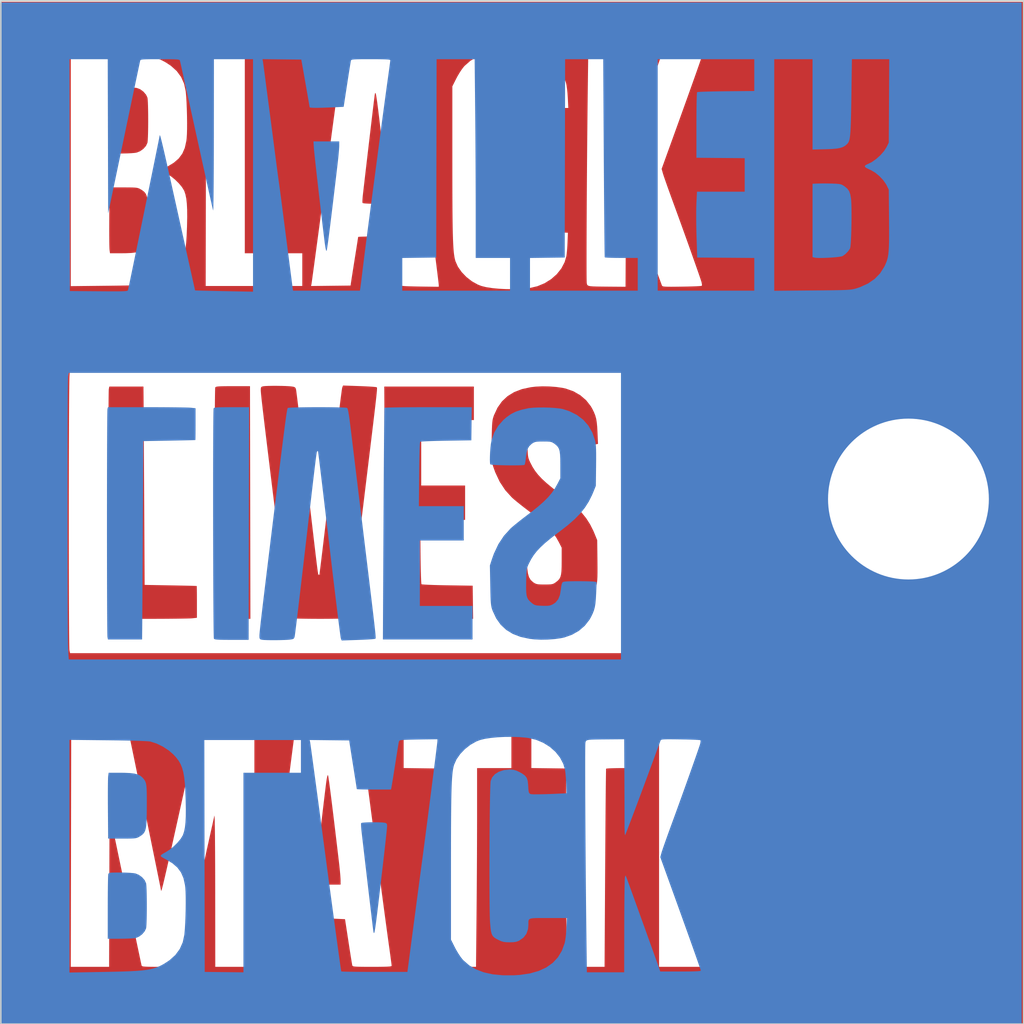
<source format=kicad_pcb>
(kicad_pcb (version 20200922) (generator pcbnew)
  (layers (0 "F.Cu" signal) (31 "B.Cu" signal) (34 "B.Paste" user) (35 "F.Paste" user) (36 "B.SilkS" user "B.Silkscreen") (37 "F.SilkS" user "F.Silkscreen") (38 "B.Mask" user) (39 "F.Mask" user) (44 "Edge.Cuts" user))
  (net 0 "")
  (module "art:blm-1-5-inch-f-cu" (layer "F.Cu") (at 149.352 74.4728)
    (fp_text reference "G***" hide)
    (fp_text value "LOGO" hide)
    (fp_poly (pts (xy -6.865826 9.820248) (xy -6.851526 9.903167) (xy -6.831569 10.038322) (xy -6.805857 10.226494) (xy -6.77429 10.468464) (xy -6.73677 10.765014) (xy -6.693197 11.116926) (xy -6.643473 11.524979) (xy -6.587498 11.989955) (xy -6.525174 12.512636) (xy -6.463036 13.037574) (xy -6.442622 13.219916) (xy -6.425116 13.394145) (xy -6.411762 13.546431) (xy -6.403805 13.662946) (xy -6.40211 13.715007) (xy -6.40211 13.876201) (xy -7.363243 13.876201) (xy -7.346542 13.61565) (xy -7.340312 13.543298) (xy -7.327769 13.418539) (xy -7.309684 13.248097) (xy -7.286831 13.038696) (xy -7.259981 12.797061) (xy -7.229908 12.529915) (xy -7.197384 12.243984) (xy -7.163182 11.945991) (xy -7.128075 11.64266) (xy -7.092835 11.340717) (xy -7.058235 11.046884) (xy -7.025048 10.767887) (xy -6.994046 10.510449) (xy -6.966001 10.281294) (xy -6.941688 10.087148) (xy -6.935728 10.040554) (xy -6.917833 9.923155) (xy -6.899137 9.836414) (xy -6.882336 9.791424) (xy -6.874568 9.788785)) (layer "F.Cu") (width 0))
    (fp_poly (pts (xy 1.384816 -4.709039) (xy 1.64122 -4.689697) (xy 1.872871 -4.656989) (xy 1.997546 -4.629931) (xy 2.28445 -4.528352) (xy 2.539851 -4.381802) (xy 2.757798 -4.194812) (xy 2.932336 -3.97191) (xy 2.986794 -3.877296) (xy 3.051098 -3.746697) (xy 3.098574 -3.627389) (xy 3.132365 -3.505088) (xy 3.155616 -3.365511) (xy 3.17147 -3.194375) (xy 3.182637 -2.987368) (xy 3.201055 -2.565241) (xy 3.115445 -2.548154) (xy 3.058257 -2.542572) (xy 2.953108 -2.537754) (xy 2.811589 -2.534022) (xy 2.645294 -2.531697) (xy 2.499694 -2.531067) (xy 2.299003 -2.532055) (xy 2.150167 -2.535397) (xy 2.045513 -2.541659) (xy 1.977367 -2.551408) (xy 1.938057 -2.565211) (xy 1.927279 -2.57334) (xy 1.90249 -2.625385) (xy 1.8808 -2.720343) (xy 1.866885 -2.831763) (xy 1.832629 -3.041727) (xy 1.767539 -3.204347) (xy 1.668942 -3.324757) (xy 1.577464 -3.38726) (xy 1.505451 -3.421786) (xy 1.436814 -3.442039) (xy 1.353266 -3.45079) (xy 1.236516 -3.450814) (xy 1.171455 -3.448829) (xy 1.038939 -3.442698) (xy 0.949264 -3.432593) (xy 0.885719 -3.414176) (xy 0.831592 -3.383111) (xy 0.787485 -3.349196) (xy 0.709853 -3.282001) (xy 0.652485 -3.217256) (xy 0.61258 -3.144724) (xy 0.587337 -3.054165) (xy 0.573953 -2.935343) (xy 0.569628 -2.778018) (xy 0.571559 -2.571953) (xy 0.571758 -2.560844) (xy 0.575432 -2.378303) (xy 0.580047 -2.243246) (xy 0.587422 -2.143609) (xy 0.599373 -2.067329) (xy 0.617717 -2.002341) (xy 0.644273 -1.936582) (xy 0.676141 -1.86794) (xy 0.759326 -1.708141) (xy 0.854571 -1.558933) (xy 0.968046 -1.413919) (xy 1.10592 -1.266702) (xy 1.274363 -1.110885) (xy 1.479545 -0.94007) (xy 1.727636 -0.74786) (xy 1.831301 -0.670217) (xy 2.130375 -0.437511) (xy 2.380648 -0.218514) (xy 2.588824 -0.005359) (xy 2.76161 0.209824) (xy 2.905713 0.434902) (xy 3.027838 0.677743) (xy 3.075067 0.789097) (xy 3.171278 1.027315) (xy 3.180161 1.780295) (xy 3.182373 2.030104) (xy 3.18222 2.228785) (xy 3.179366 2.384729) (xy 3.173472 2.506328) (xy 3.164201 2.601974) (xy 3.151216 2.680058) (xy 3.14244 2.718278) (xy 3.04017 3.014991) (xy 2.892762 3.272906) (xy 2.700488 3.491756) (xy 2.463622 3.671273) (xy 2.182437 3.811188) (xy 1.95041 3.887876) (xy 1.823502 3.912238) (xy 1.652763 3.930895) (xy 1.453678 3.943488) (xy 1.241729 3.949658) (xy 1.0324 3.949049) (xy 0.841175 3.9413) (xy 0.683537 3.926054) (xy 0.636048 3.918294) (xy 0.388273 3.862267) (xy 0.183966 3.793743) (xy 0.007242 3.705145) (xy -0.157782 3.588892) (xy -0.282142 3.4802) (xy -0.473483 3.262465) (xy -0.619778 3.013103) (xy -0.715381 2.742988) (xy -0.744165 2.590621) (xy -0.760555 2.441677) (xy -0.772502 2.285564) (xy -0.779679 2.134623) (xy -0.781761 2.001192) (xy -0.778424 1.897609) (xy -0.769342 1.836215) (xy -0.764298 1.826495) (xy -0.726383 1.816961) (xy -0.639967 1.808615) (xy -0.516009 1.801603) (xy -0.365467 1.796072) (xy -0.199302 1.792165) (xy -0.028473 1.790029) (xy 0.136061 1.78981) (xy 0.28334 1.791653) (xy 0.402405 1.795703) (xy 0.482297 1.802107) (xy 0.511263 1.809552) (xy 0.527233 1.851068) (xy 0.544229 1.936056) (xy 0.559277 2.048568) (xy 0.563224 2.088096) (xy 0.588106 2.270431) (xy 0.628157 2.406573) (xy 0.689063 2.50912) (xy 0.776511 2.590673) (xy 0.796333 2.604656) (xy 0.853005 2.639467) (xy 0.909409 2.661574) (xy 0.981014 2.673804) (xy 1.083293 2.678983) (xy 1.208423 2.679953) (xy 1.347579 2.678889) (xy 1.442727 2.67358) (xy 1.509403 2.660846) (xy 1.563146 2.63751) (xy 1.619491 2.600395) (xy 1.628246 2.594082) (xy 1.701862 2.535506) (xy 1.756929 2.474776) (xy 1.796079 2.40234) (xy 1.821946 2.308648) (xy 1.837164 2.184149) (xy 1.844368 2.019291) (xy 1.84619 1.804524) (xy 1.84619 1.308712) (xy 1.74438 1.108459) (xy 1.644728 0.931657) (xy 1.528146 0.764003) (xy 1.388126 0.598733) (xy 1.218158 0.429085) (xy 1.011732 0.248293) (xy 0.762339 0.049596) (xy 0.625322 -0.054226) (xy 0.466795 -0.174635) (xy 0.31162 -0.295828) (xy 0.171359 -0.408534) (xy 0.057574 -0.50348) (xy -0.010936 -0.564469) (xy -0.259226 -0.837896) (xy -0.466031 -1.15063) (xy -0.633152 -1.505623) (xy -0.70152 -1.69719) (xy -0.781707 -1.944893) (xy -0.767147 -2.692083) (xy -0.762312 -2.924936) (xy -0.757431 -3.107107) (xy -0.751672 -3.247466) (xy -0.744206 -3.35488) (xy -0.734201 -3.438217) (xy -0.720827 -3.506347) (xy -0.703253 -3.568136) (xy -0.680648 -3.632454) (xy -0.678533 -3.638147) (xy -0.548182 -3.917737) (xy -0.38086 -4.153447) (xy -0.174893 -4.34642) (xy 0.071392 -4.497798) (xy 0.359669 -4.608724) (xy 0.691611 -4.680339) (xy 0.88034 -4.702276) (xy 1.124306 -4.713678)) (layer "F.Cu") (width 0))
    (fp_poly (pts (xy -5.693975 -4.722135) (xy -5.507806 -4.71473) (xy -5.34193 -4.706214) (xy -5.205542 -4.697214) (xy -5.107837 -4.688362) (xy -5.058009 -4.680285) (xy -5.053974 -4.678336) (xy -5.049711 -4.673355) (xy -5.046302 -4.665388) (xy -5.044084 -4.651439) (xy -5.043398 -4.628507) (xy -5.044583 -4.593596) (xy -5.047978 -4.543707) (xy -5.053922 -4.475842) (xy -5.062753 -4.387002) (xy -5.074812 -4.274189) (xy -5.090438 -4.134405) (xy -5.109969 -3.964652) (xy -5.133744 -3.761931) (xy -5.162104 -3.523244) (xy -5.195386 -3.245593) (xy -5.233931 -2.925979) (xy -5.278077 -2.561405) (xy -5.328163 -2.148872) (xy -5.384529 -1.685382) (xy -5.447513 -1.167936) (xy -5.497268 -0.75932) (xy -5.552439 -0.306242) (xy -5.606897 0.140978) (xy -5.660053 0.577501) (xy -5.711316 0.998485) (xy -5.760097 1.39909) (xy -5.805807 1.774473) (xy -5.847857 2.119795) (xy -5.885656 2.430214) (xy -5.918616 2.70089) (xy -5.946147 2.926981) (xy -5.967659 3.103647) (xy -5.982563 3.226047) (xy -5.982588 3.226251) (xy -6.01382 3.47221) (xy -6.040921 3.662159) (xy -6.064484 3.799456) (xy -6.085099 3.887458) (xy -6.10336 3.929523) (xy -6.107213 3.933005) (xy -6.147612 3.94033) (xy -6.238414 3.94649) (xy -6.37152 3.951498) (xy -6.538829 3.955366) (xy -6.73224 3.958106) (xy -6.943654 3.95973) (xy -7.16497 3.960251) (xy -7.388086 3.959681) (xy -7.604904 3.958032) (xy -7.807321 3.955316) (xy -7.987239 3.951547) (xy -8.136556 3.946735) (xy -8.247172 3.940893) (xy -8.310986 3.934034) (xy -8.32333 3.929648) (xy -8.330228 3.913277) (xy -8.338324 3.882938) (xy -8.348023 3.835565) (xy -8.359729 3.76809) (xy -8.373846 3.677446) (xy -8.390779 3.560566) (xy -8.410933 3.414384) (xy -8.434712 3.235832) (xy -8.46252 3.021843) (xy -8.494763 2.769349) (xy -8.531843 2.475285) (xy -8.574166 2.136583) (xy -8.622137 1.750176) (xy -8.676159 1.312996) (xy -8.736638 0.821977) (xy -8.784605 0.43177) (xy -8.862993 -0.206523) (xy -8.934382 -0.788338) (xy -8.999084 -1.316301) (xy -9.057412 -1.793038) (xy -9.109677 -2.221174) (xy -9.156193 -2.603336) (xy -9.197271 -2.942149) (xy -9.233223 -3.24024) (xy -9.264362 -3.500234) (xy -9.291 -3.724758) (xy -9.313448 -3.916436) (xy -9.33202 -4.077896) (xy -9.347027 -4.211763) (xy -9.358782 -4.320663) (xy -9.367597 -4.407222) (xy -9.373784 -4.474066) (xy -9.377655 -4.523821) (xy -9.379522 -4.559112) (xy -9.379811 -4.574531) (xy -9.3757 -4.653753) (xy -9.354726 -4.69316) (xy -9.303994 -4.712359) (xy -9.286782 -4.715973) (xy -9.214082 -4.723691) (xy -9.09604 -4.728774) (xy -8.946806 -4.73131) (xy -8.78053 -4.731383) (xy -8.611361 -4.729077) (xy -8.45345 -4.724479) (xy -8.320947 -4.717673) (xy -8.23445 -4.709642) (xy -8.145578 -4.694653) (xy -8.098083 -4.671856) (xy -8.074014 -4.628266) (xy -8.063117 -4.585698) (xy -8.056093 -4.54047) (xy -8.042797 -4.440706) (xy -8.023787 -4.291034) (xy -7.999623 -4.096079) (xy -7.970866 -3.860467) (xy -7.938075 -3.588825) (xy -7.90181 -3.285778) (xy -7.862631 -2.955953) (xy -7.821098 -2.603975) (xy -7.777771 -2.234471) (xy -7.75678 -2.054631) (xy -7.687809 -1.462852) (xy -7.625394 -0.927392) (xy -7.56919 -0.445419) (xy -7.518849 -0.014099) (xy -7.474026 0.369401) (xy -7.434374 0.707915) (xy -7.399548 1.004277) (xy -7.3692 1.261319) (xy -7.342986 1.481875) (xy -7.320558 1.668778) (xy -7.301571 1.824862) (xy -7.285678 1.952961) (xy -7.272533 2.055906) (xy -7.261791 2.136533) (xy -7.253104 2.197674) (xy -7.246126 2.242163) (xy -7.240512 2.272833) (xy -7.235915 2.292518) (xy -7.231989 2.30405) (xy -7.228388 2.310264) (xy -7.224765 2.313993) (xy -7.222782 2.315865) (xy -7.194708 2.320924) (xy -7.193868 2.320144) (xy -7.188881 2.289549) (xy -7.177434 2.203488) (xy -7.159971 2.065648) (xy -7.136939 1.879716) (xy -7.108779 1.649381) (xy -7.075938 1.378328) (xy -7.03886 1.070245) (xy -6.997988 0.728819) (xy -6.953768 0.357738) (xy -6.906644 -0.039312) (xy -6.857059 -0.458644) (xy -6.805459 -0.896569) (xy -6.777295 -1.136231) (xy -6.724526 -1.584143) (xy -6.673241 -2.016461) (xy -6.623906 -2.429399) (xy -6.576991 -2.819169) (xy -6.532963 -3.181985) (xy -6.492288 -3.51406) (xy -6.455435 -3.811607) (xy -6.422872 -4.070841) (xy -6.395066 -4.287973) (xy -6.372484 -4.459217) (xy -6.355595 -4.580787) (xy -6.344865 -4.648895) (xy -6.341938 -4.661765) (xy -6.310927 -4.743332)) (layer "F.Cu") (width 0))
    (fp_poly (pts (xy 19.057444 19.057444) (xy -19.057444 19.057444) (xy -19.057444 16.944324) (xy -9.263625 16.944324) (xy -8.540078 16.936347) (xy -7.81653 16.92837) (xy -7.66168 16.049941) (xy -7.62271 15.828422) (xy -7.587238 15.625927) (xy -7.556551 15.449874) (xy -7.531938 15.307679) (xy -7.514684 15.20676) (xy -7.506078 15.154534) (xy -7.50535 15.149179) (xy -7.474909 15.136797) (xy -7.386438 15.12973) (xy -7.241226 15.127982) (xy -7.040559 15.131556) (xy -6.785727 15.140459) (xy -6.654511 15.146169) (xy -6.236923 15.165274) (xy -6.108382 16.002156) (xy -6.074633 16.220505) (xy -6.043197 16.421286) (xy -6.015359 16.596479) (xy -5.992409 16.738066) (xy -5.975634 16.83803) (xy -5.966321 16.888351) (xy -5.96564 16.891149) (xy -5.957111 16.907445) (xy -5.93685 16.919961) (xy -5.897843 16.929188) (xy -5.833075 16.935621) (xy -5.735532 16.93975) (xy -5.598198 16.94207) (xy -5.414059 16.943073) (xy -5.223902 16.943259) (xy -4.986907 16.9426) (xy -4.803832 16.940429) (xy -4.669053 16.936455) (xy -4.576949 16.930388) (xy -4.521897 16.921935) (xy -4.498274 16.910806) (xy -4.496366 16.905593) (xy -4.500374 16.866804) (xy -4.51165 16.77745) (xy -4.529069 16.645927) (xy -4.551506 16.480631) (xy -4.577836 16.289956) (xy -4.601067 16.12394) (xy -4.627035 15.937392) (xy -4.659366 15.701856) (xy -4.696702 15.427394) (xy -4.737688 15.124071) (xy -4.780967 14.80195) (xy -4.825181 14.471094) (xy -4.868974 14.141567) (xy -4.900115 13.905979) (xy -4.946763 13.552329) (xy -4.998073 13.163584) (xy -5.052084 12.75458) (xy -5.106835 12.340159) (xy -5.160367 11.935158) (xy -5.210718 11.554416) (xy -5.255928 11.212773) (xy -5.269944 11.106917) (xy -5.310034 10.802772) (xy -5.350685 10.491744) (xy -5.390566 10.184204) (xy -5.428345 9.890521) (xy -5.462689 9.621067) (xy -5.492267 9.386212) (xy -5.515747 9.196327) (xy -5.522373 9.141618) (xy -5.545975 8.946754) (xy -5.568143 8.766548) (xy -5.587581 8.611308) (xy -5.602995 8.491344) (xy -5.613089 8.416965) (xy -5.614959 8.404631) (xy -5.6306 8.307854) (xy -4.049707 8.307854) (xy -4.049707 9.527538) (xy -3.41694 9.535574) (xy -2.784174 9.543611) (xy -2.769052 16.943259) (xy -1.349752 16.943259) (xy -1.330001 15.000293) (xy -1.32621 14.594601) (xy -1.322657 14.150947) (xy -1.319413 13.682534) (xy -1.316547 13.202565) (xy -1.314131 12.724243) (xy -1.312234 12.26077) (xy -1.310928 11.82535) (xy -1.310282 11.431186) (xy -1.310225 11.293024) (xy -1.310199 9.528722) (xy -0.029777 9.528722) (xy -0.029777 8.307854) (xy 0.714654 8.307854) (xy 0.714654 9.527561) (xy 1.362309 9.535586) (xy 2.009965 9.543611) (xy 2.017525 13.243435) (xy 2.025086 16.943259) (xy 3.446189 16.943259) (xy 3.468213 13.258323) (xy 3.47109 12.794649) (xy 3.474072 12.347478) (xy 3.477123 11.920423) (xy 3.480211 11.517097) (xy 3.483298 11.141111) (xy 3.486353 10.796079) (xy 3.489338 10.485614) (xy 3.492221 10.213328) (xy 3.494966 9.982833) (xy 3.497538 9.797743) (xy 3.499904 9.66167) (xy 3.502028 9.578226) (xy 3.503733 9.551055) (xy 3.536246 9.544321) (xy 3.619232 9.538401) (xy 3.743611 9.533621) (xy 3.900303 9.530307) (xy 4.080228 9.528785) (xy 4.125907 9.528722) (xy 4.734584 9.528722) (xy 4.734584 8.307854) (xy 5.479015 8.307854) (xy 5.479015 16.943259) (xy 9.082063 16.943259) (xy 9.826495 16.943259) (xy 11.255803 16.943259) (xy 11.255803 13.572308) (xy 11.739683 13.583795) (xy 11.966784 13.59224) (xy 12.144062 13.607096) (xy 12.281115 13.630825) (xy 12.387545 13.665885) (xy 12.472949 13.714735) (xy 12.546928 13.779835) (xy 12.560301 13.794044) (xy 12.586691 13.828208) (xy 12.609237 13.872037) (xy 12.628332 13.930405) (xy 12.644366 14.008189) (xy 12.657732 14.110262) (xy 12.668822 14.241501) (xy 12.678027 14.406779) (xy 12.685741 14.610973) (xy 12.692353 14.858957) (xy 12.698257 15.155606) (xy 12.703844 15.505796) (xy 12.705146 15.595838) (xy 12.724335 16.943259) (xy 14.116913 16.943259) (xy 14.108222 15.387397) (xy 14.099531 13.831536) (xy 14.016326 13.6621) (xy 13.922567 13.51482) (xy 13.790109 13.364121) (xy 13.634497 13.223803) (xy 13.471277 13.107665) (xy 13.315995 13.029506) (xy 13.295545 13.022305) (xy 13.233397 12.990752) (xy 13.206258 12.955119) (xy 13.206213 12.95387) (xy 13.211643 12.927843) (xy 13.234977 12.902905) (xy 13.286779 12.872121) (xy 13.377613 12.828556) (xy 13.440734 12.799918) (xy 13.593987 12.709431) (xy 13.749929 12.58094) (xy 13.890378 12.432006) (xy 13.997154 12.280192) (xy 14.016509 12.24374) (xy 14.099531 12.074677) (xy 14.108953 10.961248) (xy 14.111228 10.632732) (xy 14.11157 10.357173) (xy 14.109316 10.127989) (xy 14.103805 9.938596) (xy 14.094376 9.78241) (xy 14.080367 9.652849) (xy 14.061117 9.543328) (xy 14.035965 9.447266) (xy 14.004249 9.358077) (xy 13.965307 9.26918) (xy 13.932122 9.201053) (xy 13.776616 8.955612) (xy 13.574226 8.746716) (xy 13.3253 8.574636) (xy 13.030185 8.439641) (xy 12.89334 8.394304) (xy 12.839668 8.378876) (xy 12.787093 8.365958) (xy 12.729819 8.355271) (xy 12.662045 8.346537) (xy 12.577973 8.339476) (xy 12.471804 8.333811) (xy 12.337739 8.329262) (xy 12.16998 8.325551) (xy 11.962728 8.322399) (xy 11.710184 8.319529) (xy 11.40655 8.31666) (xy 11.248359 8.315267) (xy 9.826495 8.302883) (xy 9.826495 16.943259) (xy 9.082063 16.943259) (xy 9.082063 15.756253) (xy 8.027415 15.746766) (xy 7.782197 15.74389) (xy 7.555787 15.739945) (xy 7.355093 15.735151) (xy 7.187028 15.729728) (xy 7.0585 15.723896) (xy 6.976419 15.717873) (xy 6.947989 15.71249) (xy 6.942617 15.67825) (xy 6.937645 15.59088) (xy 6.933202 15.456802) (xy 6.929419 15.28244) (xy 6.926422 15.074216) (xy 6.924341 14.838553) (xy 6.923305 14.581875) (xy 6.923212 14.476734) (xy 6.923212 13.265768) (xy 8.724736 13.250006) (xy 8.724736 12.000234) (xy 6.944292 12.000234) (xy 6.922815 11.570618) (xy 6.917828 11.41777) (xy 6.91538 11.219733) (xy 6.915418 10.990814) (xy 6.917894 10.745323) (xy 6.922755 10.497568) (xy 6.927164 10.342306) (xy 6.952989 9.543611) (xy 8.017526 9.53579) (xy 9.082063 9.52797) (xy 9.082063 8.307854) (xy 5.479015 8.307854) (xy 4.734584 8.307854) (xy 0.714654 8.307854) (xy -0.029777 8.307854) (xy -4.049707 8.307854) (xy -5.6306 8.307854) (xy -8.125542 8.307854) (xy -8.143145 8.434408) (xy -8.150233 8.487525) (xy -8.16415 8.593774) (xy -8.184126 8.74722) (xy -8.209392 8.941928) (xy -8.239179 9.171961) (xy -8.272719 9.431385) (xy -8.309242 9.714264) (xy -8.34798 10.014662) (xy -8.367856 10.168933) (xy -8.418675 10.563368) (xy -8.462567 10.903731) (xy -8.500189 11.19502) (xy -8.532198 11.442234) (xy -8.559249 11.650369) (xy -8.581998 11.824425) (xy -8.601103 11.969399) (xy -8.617218 12.090289) (xy -8.631 12.192093) (xy -8.643106 12.27981) (xy -8.654192 12.358436) (xy -8.664913 12.432971) (xy -8.666936 12.446893) (xy -8.677105 12.520086) (xy -8.69384 12.64449) (xy -8.716107 12.812251) (xy -8.742871 13.015512) (xy -8.7731 13.246418) (xy -8.805758 13.497112) (xy -8.839812 13.759739) (xy -8.843321 13.78687) (xy -8.877626 14.051821) (xy -8.910754 14.306977) (xy -8.941646 14.544235) (xy -8.969243 14.755492) (xy -8.992487 14.932646) (xy -9.010318 15.067593) (xy -9.021679 15.152231) (xy -9.022282 15.156623) (xy -9.035239 15.252505) (xy -9.054221 15.395263) (xy -9.077623 15.572709) (xy -9.103839 15.772655) (xy -9.131265 15.982914) (xy -9.141909 16.06483) (xy -9.168179 16.265982) (xy -9.192826 16.452405) (xy -9.214526 16.614261) (xy -9.231953 16.741708) (xy -9.243783 16.824906) (xy -9.247216 16.847016) (xy -9.263625 16.944324) (xy -19.057444 16.944324) (xy -19.057444 16.943259) (xy -16.467023 16.943259) (xy -15.037811 16.943259) (xy -15.030219 14.065981) (xy -15.022626 11.188704) (xy -14.432192 14.013871) (xy -14.348199 14.415591) (xy -14.267477 14.80132) (xy -14.19088 15.166996) (xy -14.119263 15.508557) (xy -14.053479 15.82194) (xy -13.994383 16.103085) (xy -13.942828 16.347928) (xy -13.899669 16.552407) (xy -13.86576 16.712461) (xy -13.841955 16.824028) (xy -13.829108 16.883045) (xy -13.827196 16.891149) (xy -13.818535 16.907466) (xy -13.798136 16.919992) (xy -13.758973 16.929223) (xy -13.694017 16.935652) (xy -13.59624 16.939774) (xy -13.458614 16.942085) (xy -13.274111 16.943079) (xy -13.087105 16.943259) (xy -12.859793 16.942962) (xy -12.684994 16.941743) (xy -12.555669 16.939105) (xy -12.464778 16.934555) (xy -12.405281 16.927596) (xy -12.370138 16.917736) (xy -12.35231 16.904478) (xy -12.345801 16.891149) (xy -12.337256 16.855088) (xy -12.316868 16.764981) (xy -12.285551 16.624956) (xy -12.244217 16.439137) (xy -12.193779 16.211653) (xy -12.135149 15.94663) (xy -12.06924 15.648194) (xy -11.996965 15.320472) (xy -11.919237 14.967591) (xy -11.836969 14.593678) (xy -11.751072 14.202859) (xy -11.731647 14.11442) (xy -11.644838 13.719427) (xy -11.561275 13.339738) (xy -11.481889 12.979552) (xy -11.407611 12.643071) (xy -11.339372 12.334497) (xy -11.278104 12.058031) (xy -11.224737 11.817873) (xy -11.180204 11.618227) (xy -11.145436 11.463292) (xy -11.121363 11.35727) (xy -11.108917 11.304363) (xy -11.107889 11.300469) (xy -11.104074 11.316021) (xy -11.100409 11.387696) (xy -11.096929 11.512063) (xy -11.093669 11.685691) (xy -11.090664 11.905149) (xy -11.087947 12.167005) (xy -11.085555 12.467829) (xy -11.08352 12.804189) (xy -11.081879 13.172654) (xy -11.080666 13.569793) (xy -11.079915 13.992175) (xy -11.079825 14.077198) (xy -11.07714 16.943259) (xy -9.618054 16.943259) (xy -9.618054 8.268883) (xy -10.696858 8.290228) (xy -10.943827 8.295261) (xy -11.171105 8.300176) (xy -11.372039 8.304805) (xy -11.539978 8.308985) (xy -11.66827 8.312549) (xy -11.750265 8.315333) (xy -11.779306 8.317158) (xy -11.786125 8.346375) (xy -11.804952 8.429789) (xy -11.834907 8.563456) (xy -11.875111 8.74343) (xy -11.924688 8.965765) (xy -11.982757 9.226516) (xy -12.048441 9.521736) (xy -12.12086 9.84748) (xy -12.199138 10.199803) (xy -12.282394 10.574758) (xy -12.369751 10.968401) (xy -12.413688 11.166471) (xy -12.523654 11.661861) (xy -12.621551 12.10193) (xy -12.708047 12.489536) (xy -12.783811 12.827535) (xy -12.849513 13.118783) (xy -12.905821 13.366137) (xy -12.953405 13.572452) (xy -12.992934 13.740585) (xy -13.025076 13.873393) (xy -13.0505 13.973731) (xy -13.069876 14.044457) (xy -13.083872 14.088426) (xy -13.093157 14.108495) (xy -13.098402 14.10752) (xy -13.099978 14.096667) (xy -13.106166 14.062713) (xy -13.123378 13.975277) (xy -13.150621 13.839203) (xy -13.186902 13.659341) (xy -13.231228 13.440535) (xy -13.282606 13.187632) (xy -13.340043 12.90548) (xy -13.402546 12.598925) (xy -13.469123 12.272813) (xy -13.538779 11.931991) (xy -13.610524 11.581306) (xy -13.683362 11.225604) (xy -13.756302 10.869732) (xy -13.828351 10.518536) (xy -13.898515 10.176864) (xy -13.965803 9.849562) (xy -14.029219 9.541476) (xy -14.087773 9.257453) (xy -14.140471 9.002339) (xy -14.18632 8.780982) (xy -14.224327 8.598228) (xy -14.253499 8.458924) (xy -14.272843 8.367915) (xy -14.281366 8.33005) (xy -14.281435 8.329818) (xy -14.288786 8.31609) (xy -14.305502 8.305063) (xy -14.337343 8.296502) (xy -14.390074 8.290172) (xy -14.469458 8.285836) (xy -14.581256 8.283259) (xy -14.731234 8.282206) (xy -14.925153 8.282442) (xy -15.168776 8.283731) (xy -15.374633 8.285152) (xy -16.451935 8.292966) (xy -16.459479 12.618112) (xy -16.467023 16.943259) (xy -19.057444 16.943259) (xy -19.057444 0.386551) (xy -16.540767 0.386551) (xy -16.540632 0.865302) (xy -16.540295 1.337276) (xy -16.539757 1.798681) (xy -16.539015 2.245723) (xy -16.53807 2.674607) (xy -16.536922 3.08154) (xy -16.535569 3.462728) (xy -16.53401 3.814379) (xy -16.532247 4.132697) (xy -16.530276 4.413889) (xy -16.528099 4.654162) (xy -16.525715 4.849722) (xy -16.523122 4.996775) (xy -16.520321 5.091528) (xy -16.517584 5.129132) (xy -16.493902 5.240797) (xy 4.109261 5.240797) (xy 4.109261 -5.449238) (xy -16.490725 -5.449238) (xy -16.515996 -5.099355) (xy -16.519006 -5.02813) (xy -16.521823 -4.902981) (xy -16.524448 -4.727703) (xy -16.52688 -4.50609) (xy -16.529118 -4.241934) (xy -16.531161 -3.93903) (xy -16.533009 -3.601172) (xy -16.534661 -3.232152) (xy -16.536118 -2.835766) (xy -16.537377 -2.415806) (xy -16.538439 -1.976066) (xy -16.539303 -1.52034) (xy -16.539968 -1.052422) (xy -16.540435 -0.576104) (xy -16.540701 -0.095183) (xy -16.540767 0.386551) (xy -19.057444 0.386551) (xy -19.057444 -8.451023) (xy -16.466823 -8.451023) (xy -16.007083 -8.455698) (xy -7.505265 -8.455698) (xy -6.767846 -8.463664) (xy -6.030426 -8.47163) (xy -6.005929 -8.635405) (xy -5.994364 -8.710782) (xy -5.975031 -8.834579) (xy -5.949569 -8.99641) (xy -5.919613 -9.185885) (xy -5.886802 -9.39262) (xy -5.864221 -9.534455) (xy -5.83211 -9.736531) (xy -5.803357 -9.918696) (xy -5.779225 -10.072842) (xy -5.760981 -10.190858) (xy -5.749887 -10.264634) (xy -5.747011 -10.286331) (xy -5.71867 -10.291215) (xy -5.639388 -10.29553) (xy -5.51778 -10.299052) (xy -5.362459 -10.301558) (xy -5.182039 -10.302823) (xy -5.109166 -10.302931) (xy -4.471321 -10.302931) (xy -4.454014 -10.221044) (xy -4.444775 -10.169936) (xy -4.427815 -10.068892) (xy -4.404582 -9.92682) (xy -4.376521 -9.752629) (xy -4.345081 -9.555227) (xy -4.317407 -9.379836) (xy -4.284285 -9.170007) (xy -4.253379 -8.97606) (xy -4.226129 -8.806887) (xy -4.203974 -8.671377) (xy -4.188354 -8.578419) (xy -4.181372 -8.539891) (xy -4.169241 -8.49794) (xy -4.145293 -8.472926) (xy -4.09567 -8.459388) (xy -4.006513 -8.451862) (xy -3.950842 -8.449031) (xy -3.845771 -8.445119) (xy -3.697317 -8.441092) (xy -3.52165 -8.437318) (xy -3.334941 -8.434162) (xy -3.238277 -8.43288) (xy -2.739508 -8.426964) (xy -2.739508 -8.496625) (xy -2.743247 -8.536177) (xy -2.754007 -8.629424) (xy -2.771104 -8.77101) (xy -2.793852 -8.955577) (xy -2.821566 -9.177766) (xy -2.85356 -9.432221) (xy -2.889151 -9.713584) (xy -2.927652 -10.016497) (xy -2.968378 -10.335602) (xy -3.010645 -10.665541) (xy -3.053768 -11.000958) (xy -3.09706 -11.336493) (xy -3.139838 -11.66679) (xy -3.181415 -11.986491) (xy -3.221107 -12.290238) (xy -3.258229 -12.572673) (xy -3.292095 -12.82844) (xy -3.322021 -13.052179) (xy -3.322714 -13.057327) (xy -3.341058 -13.194165) (xy -3.366166 -13.382421) (xy -3.397026 -13.614467) (xy -3.432627 -13.882676) (xy -3.471958 -14.17942) (xy -3.514008 -14.497072) (xy -3.557766 -14.828006) (xy -3.602219 -15.164592) (xy -3.628671 -15.365065) (xy -3.699507 -15.902137) (xy -2.233294 -15.902137) (xy -2.233222 -13.124867) (xy -2.232965 -12.589906) (xy -2.232149 -12.111001) (xy -2.230667 -11.684656) (xy -2.228409 -11.307376) (xy -2.225266 -10.975663) (xy -2.22113 -10.686021) (xy -2.215893 -10.434955) (xy -2.209444 -10.218967) (xy -2.201676 -10.034562) (xy -2.19248 -9.878243) (xy -2.181746 -9.746513) (xy -2.169366 -9.635878) (xy -2.155232 -9.542839) (xy -2.139234 -9.463902) (xy -2.121263 -9.39557) (xy -2.116717 -9.380591) (xy -2.026086 -9.177439) (xy -1.887064 -8.978569) (xy -1.710504 -8.794352) (xy -1.507257 -8.635156) (xy -1.288176 -8.511352) (xy -1.150588 -8.457378) (xy -0.972324 -8.413108) (xy -0.748694 -8.378467) (xy -0.493195 -8.354034) (xy -0.219323 -8.340387) (xy 0.059425 -8.338103) (xy 0.329552 -8.347761) (xy 0.577563 -8.369937) (xy 0.652781 -8.380181) (xy 0.943471 -8.449101) (xy 1.213347 -8.562381) (xy 1.456011 -8.714472) (xy 1.665065 -8.899824) (xy 1.834112 -9.112887) (xy 1.956754 -9.348111) (xy 1.99332 -9.473004) (xy 2.773509 -9.473004) (xy 2.773641 -9.205754) (xy 2.774279 -8.979525) (xy 2.775445 -8.798339) (xy 2.777159 -8.666216) (xy 2.779442 -8.587177) (xy 2.781119 -8.56677) (xy 2.788788 -8.528445) (xy 2.800228 -8.498545) (xy 2.822238 -8.475962) (xy 2.861619 -8.45959) (xy 2.925168 -8.448321) (xy 3.019685 -8.441049) (xy 3.151969 -8.436666) (xy 3.328819 -8.434065) (xy 3.557034 -8.432139) (xy 3.610492 -8.431729) (xy 4.22837 -8.426964) (xy 4.235815 -9.804162) (xy 4.237362 -10.103412) (xy 4.238764 -10.399597) (xy 4.239987 -10.684193) (xy 4.241002 -10.948676) (xy 4.241776 -11.184522) (xy 4.242278 -11.383207) (xy 4.242478 -11.536206) (xy 4.242434 -11.605022) (xy 4.243479 -11.753929) (xy 4.246911 -11.876881) (xy 4.252248 -11.964019) (xy 4.259009 -12.005485) (xy 4.262063 -12.007015) (xy 4.276533 -11.975218) (xy 4.309561 -11.89302) (xy 4.359088 -11.765892) (xy 4.423056 -11.599305) (xy 4.499406 -11.398731) (xy 4.58608 -11.169642) (xy 4.681019 -10.917507) (xy 4.782164 -10.6478) (xy 4.887458 -10.36599) (xy 4.994842 -10.077549) (xy 5.102256 -9.787948) (xy 5.207644 -9.50266) (xy 5.308945 -9.227154) (xy 5.345734 -9.126729) (xy 5.411629 -8.946821) (xy 5.471563 -8.783519) (xy 5.522172 -8.645954) (xy 5.560097 -8.54326) (xy 5.581975 -8.484568) (xy 5.584952 -8.47679) (xy 5.594919 -8.45981) (xy 5.614567 -8.446948) (xy 5.651046 -8.437775) (xy 5.711508 -8.431861) (xy 5.803104 -8.428777) (xy 5.932984 -8.428095) (xy 6.108299 -8.429384) (xy 6.329296 -8.432124) (xy 6.531228 -8.435705) (xy 6.713245 -8.440583) (xy 6.866924 -8.446398) (xy 6.983842 -8.452789) (xy 7.055577 -8.459395) (xy 7.074436 -8.463993) (xy 7.080065 -8.503524) (xy 7.068355 -8.57718) (xy 7.058852 -8.61288) (xy 7.034626 -8.688305) (xy 6.992324 -8.81325) (xy 6.934237 -8.981273) (xy 6.86266 -9.185932) (xy 6.779885 -9.420784) (xy 6.688205 -9.679388) (xy 6.589913 -9.9553) (xy 6.487302 -10.242079) (xy 6.382665 -10.533282) (xy 6.278296 -10.822466) (xy 6.176487 -11.103191) (xy 6.079531 -11.369013) (xy 6.022757 -11.523799) (xy 5.937653 -11.756471) (xy 5.857021 -11.979238) (xy 5.783772 -12.183885) (xy 5.720815 -12.362193) (xy 5.67106 -12.505947) (xy 5.637419 -12.606931) (xy 5.626319 -12.643078) (xy 5.574786 -12.824375) (xy 5.945132 -13.849057) (xy 6.12223 -14.339516) (xy 6.286944 -14.796606) (xy 6.438505 -15.218162) (xy 6.576143 -15.60202) (xy 6.699088 -15.946015) (xy 6.806571 -16.247982) (xy 6.897821 -16.505757) (xy 6.97207 -16.717175) (xy 7.028547 -16.880071) (xy 7.066482 -16.992281) (xy 7.085107 -17.05164) (xy 7.086987 -17.060379) (xy 7.06079 -17.071472) (xy 6.981239 -17.080126) (xy 6.84689 -17.086403) (xy 6.656303 -17.090362) (xy 6.408035 -17.092065) (xy 6.330401 -17.092146) (xy 5.573814 -17.092146) (xy 5.514468 -16.920926) (xy 5.48643 -16.841122) (xy 5.441982 -16.715992) (xy 5.38335 -16.551718) (xy 5.312762 -16.354482) (xy 5.232443 -16.130467) (xy 5.144621 -15.885856) (xy 5.051522 -15.626829) (xy 4.955373 -15.359571) (xy 4.858399 -15.090263) (xy 4.762829 -14.825088) (xy 4.670887 -14.570228) (xy 4.584802 -14.331865) (xy 4.506798 -14.116183) (xy 4.439104 -13.929362) (xy 4.383945 -13.777587) (xy 4.343548 -13.667038) (xy 4.32014 -13.603899) (xy 4.316039 -13.593318) (xy 4.279568 -13.503986) (xy 4.256937 -13.578429) (xy 4.252755 -13.621203) (xy 4.248722 -13.718005) (xy 4.244918 -13.863309) (xy 4.241419 -14.051588) (xy 4.238304 -14.277315) (xy 4.235652 -14.534964) (xy 4.233541 -14.819009) (xy 4.232049 -15.123923) (xy 4.231338 -15.387398) (xy 4.22837 -17.121923) (xy 2.836884 -17.121923) (xy 2.81807 -15.670282) (xy 2.813117 -15.27019) (xy 2.808356 -14.850809) (xy 2.803808 -14.416161) (xy 2.799495 -13.970265) (xy 2.795437 -13.517143) (xy 2.791656 -13.060814) (xy 2.788172 -12.6053) (xy 2.785006 -12.154622) (xy 2.782179 -11.7128) (xy 2.779712 -11.283854) (xy 2.777626 -10.871806) (xy 2.775942 -10.480677) (xy 2.77468 -10.114486) (xy 2.773862 -9.777255) (xy 2.773509 -9.473004) (xy 1.99332 -9.473004) (xy 2.020798 -9.566853) (xy 2.033903 -9.660165) (xy 2.046754 -9.793941) (xy 2.057742 -9.949109) (xy 2.064374 -10.082574) (xy 2.078382 -10.442873) (xy 1.674694 -10.462234) (xy 1.491089 -10.46989) (xy 1.296124 -10.476116) (xy 1.114035 -10.480239) (xy 0.978508 -10.481595) (xy 0.846239 -10.481948) (xy 0.757307 -10.476463) (xy 0.702444 -10.455321) (xy 0.672382 -10.408704) (xy 0.657853 -10.326793) (xy 0.649588 -10.19977) (xy 0.645661 -10.128989) (xy 0.629148 -9.978906) (xy 0.593157 -9.868768) (xy 0.527287 -9.782987) (xy 0.421134 -9.705974) (xy 0.329538 -9.655276) (xy 0.208662 -9.598544) (xy 0.106029 -9.568993) (xy -0.008368 -9.558894) (xy -0.046151 -9.5585) (xy -0.259642 -9.578857) (xy -0.444148 -9.637234) (xy -0.592906 -9.729586) (xy -0.699156 -9.851868) (xy -0.752072 -9.980797) (xy -0.758286 -10.036867) (xy -0.76415 -10.147028) (xy -0.769638 -10.305819) (xy -0.774726 -10.507776) (xy -0.779389 -10.747438) (xy -0.7836 -11.019342) (xy -0.787336 -11.318026) (xy -0.790571 -11.638028) (xy -0.793281 -11.973885) (xy -0.79544 -12.320135) (xy -0.797023 -12.671316) (xy -0.798005 -13.021966) (xy -0.798361 -13.366623) (xy -0.798067 -13.699823) (xy -0.797097 -14.016105) (xy -0.795425 -14.310007) (xy -0.793028 -14.576066) (xy -0.789879 -14.808819) (xy -0.785955 -15.002806) (xy -0.781229 -15.152563) (xy -0.7762 -15.245956) (xy -0.760213 -15.437587) (xy -0.742125 -15.580142) (xy -0.717062 -15.684032) (xy -0.680152 -15.759669) (xy -0.626525 -15.817468) (xy -0.551308 -15.86784) (xy -0.463521 -15.914225) (xy -0.361919 -15.960773) (xy -0.271912 -15.987489) (xy -0.168853 -15.999597) (xy -0.04797 -16.002318) (xy 0.095079 -15.998346) (xy 0.199032 -15.983449) (xy 0.283874 -15.954172) (xy 0.312661 -15.939936) (xy 0.472441 -15.827444) (xy 0.581718 -15.684313) (xy 0.641712 -15.508454) (xy 0.655099 -15.353568) (xy 0.654287 -15.274031) (xy 0.656425 -15.212822) (xy 0.668373 -15.167554) (xy 0.696993 -15.13584) (xy 0.749144 -15.115293) (xy 0.831689 -15.103526) (xy 0.951487 -15.098151) (xy 1.115399 -15.096783) (xy 1.330286 -15.097034) (xy 1.392324 -15.097069) (xy 2.0934 -15.097069) (xy 2.074878 -15.476729) (xy 2.063645 -15.641083) (xy 2.047043 -15.802367) (xy 2.027373 -15.941299) (xy 2.008378 -16.033432) (xy 1.904027 -16.317853) (xy 1.755427 -16.563586) (xy 1.56225 -16.770842) (xy 1.324163 -16.939828) (xy 1.040837 -17.070753) (xy 0.711941 -17.163828) (xy 0.337145 -17.219261) (xy 0.111294 -17.233781) (xy -0.308004 -17.232894) (xy -0.681752 -17.195991) (xy -1.012396 -17.122308) (xy -1.302386 -17.011084) (xy -1.554169 -16.861554) (xy -1.770194 -16.672958) (xy -1.803205 -16.637327) (xy -1.877185 -16.542427) (xy -1.962428 -16.413719) (xy -2.04581 -16.271727) (xy -2.087451 -16.192764) (xy -2.233294 -15.902137) (xy -3.699507 -15.902137) (xy -3.858425 -17.107034) (xy -5.083149 -17.107034) (xy -5.347514 -17.106617) (xy -5.593128 -17.105427) (xy -5.813656 -17.103553) (xy -6.00276 -17.101086) (xy -6.154104 -17.098116) (xy -6.261352 -17.094734) (xy -6.318168 -17.09103) (xy -6.325555 -17.089323) (xy -6.331485 -17.058256) (xy -6.344779 -16.971467) (xy -6.364984 -16.83227) (xy -6.391646 -16.643981) (xy -6.424311 -16.409916) (xy -6.462526 -16.133392) (xy -6.505837 -15.817723) (xy -6.55379 -15.466227) (xy -6.605932 -15.082218) (xy -6.661809 -14.669012) (xy -6.720967 -14.229925) (xy -6.782952 -13.768274) (xy -6.847312 -13.287373) (xy -6.908178 -12.831175) (xy -6.974392 -12.334539) (xy -7.038622 -11.853492) (xy -7.100415 -11.391402) (xy -7.159315 -10.951637) (xy -7.214869 -10.537565) (xy -7.266623 -10.152553) (xy -7.314123 -9.799968) (xy -7.356913 -9.483178) (xy -7.394541 -9.205551) (xy -7.426552 -8.970454) (xy -7.452492 -8.781254) (xy -7.471906 -8.641319) (xy -7.484341 -8.554017) (xy -7.489192 -8.523218) (xy -7.505265 -8.455698) (xy -16.007083 -8.455698) (xy -15.904514 -8.456741) (xy -11.434667 -8.456741) (xy -7.831419 -8.456741) (xy -7.831419 -9.677609) (xy -9.975381 -9.677609) (xy -9.975381 -17.122982) (xy -10.69748 -17.115008) (xy -11.419578 -17.107034) (xy -11.427122 -12.781888) (xy -11.434667 -8.456741) (xy -15.904514 -8.456741) (xy -15.030071 -8.465633) (xy -14.675897 -8.469921) (xy -14.358648 -8.475159) (xy -14.081981 -8.481235) (xy -13.849556 -8.48804) (xy -13.665033 -8.495464) (xy -13.532071 -8.503396) (xy -13.454329 -8.511727) (xy -13.44632 -8.513297) (xy -13.215126 -8.587709) (xy -12.978601 -8.70339) (xy -12.758095 -8.848364) (xy -12.592889 -8.992044) (xy -12.484516 -9.109783) (xy -12.395064 -9.227264) (xy -12.322548 -9.351838) (xy -12.264983 -9.490859) (xy -12.220385 -9.651677) (xy -12.186771 -9.841645) (xy -12.162156 -10.068114) (xy -12.144556 -10.338437) (xy -12.131987 -10.659965) (xy -12.130652 -10.704747) (xy -12.124447 -11.030999) (xy -12.126741 -11.304426) (xy -12.138062 -11.531222) (xy -12.15894 -11.71758) (xy -12.189905 -11.869695) (xy -12.231484 -11.99376) (xy -12.243033 -12.019902) (xy -12.320929 -12.146882) (xy -12.437382 -12.286584) (xy -12.57794 -12.424586) (xy -12.728152 -12.546466) (xy -12.848886 -12.624536) (xy -12.970829 -12.69312) (xy -13.042232 -12.740988) (xy -13.063518 -12.778244) (xy -13.035108 -12.814992) (xy -12.957424 -12.861334) (xy -12.860869 -12.911696) (xy -12.624319 -13.054839) (xy -12.441245 -13.213661) (xy -12.306029 -13.396449) (xy -12.213053 -13.611492) (xy -12.1567 -13.867076) (xy -12.144505 -13.968479) (xy -12.134717 -14.11858) (xy -12.129447 -14.314454) (xy -12.128415 -14.542512) (xy -12.131341 -14.789164) (xy -12.137946 -15.040822) (xy -12.147948 -15.283897) (xy -12.161068 -15.504801) (xy -12.177027 -15.689944) (xy -12.180641 -15.722392) (xy -12.240499 -16.001829) (xy -12.351691 -16.252112) (xy -12.514883 -16.474219) (xy -12.730744 -16.669127) (xy -12.908441 -16.786913) (xy -13.013878 -16.846565) (xy -13.115658 -16.897719) (xy -13.219355 -16.941128) (xy -13.330543 -16.977546) (xy -13.454796 -17.007728) (xy -13.597687 -17.032427) (xy -13.764791 -17.052399) (xy -13.961681 -17.068397) (xy -14.193933 -17.081176) (xy -14.467118 -17.091489) (xy -14.786813 -17.100091) (xy -15.15859 -17.107737) (xy -15.298066 -17.110256) (xy -16.466823 -17.130847) (xy -16.466823 -8.451023) (xy -19.057444 -8.451023) (xy -19.057444 -19.057444) (xy 19.057444 -19.057444)) (layer "F.Cu") (width 0))
    (fp_poly (pts (xy -14.312032 -12.133805) (xy -14.171851 -12.131778) (xy -14.07074 -12.127029) (xy -13.99846 -12.118439) (xy -13.944768 -12.104887) (xy -13.899425 -12.085254) (xy -13.862047 -12.064278) (xy -13.78611 -12.016341) (xy -13.725315 -11.967227) (xy -13.677963 -11.909936) (xy -13.642356 -11.837466) (xy -13.616796 -11.742816) (xy -13.599584 -11.618985) (xy -13.589022 -11.458972) (xy -13.583412 -11.255775) (xy -13.581054 -11.002393) (xy -13.580695 -10.904442) (xy -13.580335 -10.653178) (xy -13.581713 -10.453697) (xy -13.586089 -10.29823) (xy -13.59472 -10.179007) (xy -13.608866 -10.088259) (xy -13.629785 -10.018217) (xy -13.658737 -9.96111) (xy -13.696981 -9.90917) (xy -13.745774 -9.854626) (xy -13.751845 -9.848128) (xy -13.825374 -9.786548) (xy -13.920495 -9.740559) (xy -14.045371 -9.708447) (xy -14.208168 -9.688499) (xy -14.417051 -9.679003) (xy -14.564659 -9.677609) (xy -15.004089 -9.677609) (xy -15.022111 -9.804162) (xy -15.026009 -9.8626) (xy -15.029143 -9.972994) (xy -15.031455 -10.127748) (xy -15.032887 -10.319267) (xy -15.033382 -10.539957) (xy -15.032882 -10.782223) (xy -15.03138 -11.032474) (xy -15.022626 -12.134232) (xy -14.501524 -12.134232)) (layer "F.Cu") (width 0))
    (fp_poly (pts (xy -1.429309 -3.454162) (xy -3.394607 -3.454162) (xy -3.394607 -1.012427) (xy -1.756858 -1.012427) (xy -1.756858 0.267995) (xy -3.430943 0.267995) (xy -3.420145 1.456679) (xy -3.417182 1.717365) (xy -3.413288 1.959514) (xy -3.408651 2.17664) (xy -3.403461 2.362259) (xy -3.397908 2.509883) (xy -3.392181 2.613027) (xy -3.386471 2.665205) (xy -3.384655 2.670102) (xy -3.349853 2.676612) (xy -3.262832 2.683417) (xy -3.130925 2.690219) (xy -2.961467 2.696716) (xy -2.761789 2.702608) (xy -2.539225 2.707595) (xy -2.416969 2.70973) (xy -1.473974 2.724619) (xy -1.465926 3.342497) (xy -1.457877 3.960375) (xy -3.079585 3.960375) (xy -3.38465 3.959977) (xy -3.671492 3.958831) (xy -3.934651 3.957013) (xy -4.168662 3.954597) (xy -4.368063 3.951658) (xy -4.527393 3.948271) (xy -4.641188 3.944509) (xy -4.703987 3.940448) (xy -4.714861 3.938042) (xy -4.71659 3.906184) (xy -4.718556 3.818108) (xy -4.720729 3.677151) (xy -4.723084 3.486649) (xy -4.725593 3.249939) (xy -4.728227 2.970358) (xy -4.73096 2.651241) (xy -4.733765 2.295925) (xy -4.736613 1.907747) (xy -4.739478 1.490042) (xy -4.742332 1.046148) (xy -4.745147 0.579401) (xy -4.747897 0.093138) (xy -4.750478 -0.394549) (xy -4.772526 -4.704807) (xy -1.429309 -4.704807)) (layer "F.Cu") (width 0))
    (fp_poly (pts (xy -14.583412 -15.869981) (xy -14.413238 -15.867876) (xy -14.253574 -15.862969) (xy -14.118877 -15.85591) (xy -14.023609 -15.847352) (xy -14.000178 -15.843731) (xy -13.874777 -15.794424) (xy -13.754765 -15.704898) (xy -13.658633 -15.592059) (xy -13.608004 -15.485215) (xy -13.59906 -15.421934) (xy -13.591823 -15.309576) (xy -13.586299 -15.158597) (xy -13.582494 -14.97945) (xy -13.580415 -14.78259) (xy -13.580067 -14.578471) (xy -13.581457 -14.377547) (xy -13.584591 -14.190272) (xy -13.589475 -14.027101) (xy -13.596116 -13.898488) (xy -13.604519 -13.814887) (xy -13.607006 -13.801759) (xy -13.660923 -13.682893) (xy -13.758536 -13.571772) (xy -13.884342 -13.482638) (xy -14.008282 -13.433132) (xy -14.086813 -13.420916) (xy -14.209628 -13.410707) (xy -14.361466 -13.403411) (xy -14.527067 -13.399933) (xy -14.570792 -13.399766) (xy -14.738717 -13.400105) (xy -14.85652 -13.402064) (xy -14.933633 -13.407053) (xy -14.979489 -13.416483) (xy -15.003519 -13.431764) (xy -15.015156 -13.454308) (xy -15.018747 -13.466765) (xy -15.022733 -13.510683) (xy -15.026433 -13.607297) (xy -15.029744 -13.749748) (xy -15.032564 -13.931177) (xy -15.034792 -14.144725) (xy -15.036325 -14.383534) (xy -15.037062 -14.640746) (xy -15.037108 -14.702521) (xy -15.037515 -15.871278)) (layer "F.Cu") (width 0))
    (fp_poly (pts (xy 11.673875 9.528974) (xy 11.834635 9.535284) (xy 11.996632 9.545294) (xy 12.146297 9.558242) (xy 12.270059 9.573371) (xy 12.354351 9.58992) (xy 12.376805 9.598145) (xy 12.48329 9.674066) (xy 12.585685 9.780145) (xy 12.654739 9.882333) (xy 12.6669 9.935115) (xy 12.677935 10.038083) (xy 12.687665 10.181875) (xy 12.695909 10.35713) (xy 12.702488 10.554487) (xy 12.707222 10.764585) (xy 12.709932 10.978062) (xy 12.710438 11.185557) (xy 12.70856 11.37771) (xy 12.704119 11.545157) (xy 12.696935 11.678539) (xy 12.690471 11.744389) (xy 12.662563 11.90325) (xy 12.620671 12.019776) (xy 12.555296 12.11102) (xy 12.456938 12.19403) (xy 12.429198 12.21338) (xy 12.371714 12.248948) (xy 12.314269 12.272702) (xy 12.242177 12.28761) (xy 12.140747 12.296641) (xy 11.995291 12.302762) (xy 11.985346 12.303085) (xy 11.825045 12.306725) (xy 11.661911 12.307878) (xy 11.520073 12.306481) (xy 11.456799 12.304465) (xy 11.255803 12.295286) (xy 11.255803 9.559634) (xy 11.334713 9.539829) (xy 11.410345 9.530487) (xy 11.527922 9.527122)) (layer "F.Cu") (width 0))
    (fp_poly (pts (xy -9.766741 3.960375) (xy -10.418755 3.960375) (xy -10.634877 3.959909) (xy -10.798736 3.958169) (xy -10.917621 3.954643) (xy -10.998818 3.948819) (xy -11.049614 3.940185) (xy -11.077296 3.928228) (xy -11.088842 3.913274) (xy -11.091873 3.876008) (xy -11.094614 3.783493) (xy -11.097069 3.639814) (xy -11.099245 3.449055) (xy -11.101147 3.215301) (xy -11.102779 2.942636) (xy -11.104148 2.635144) (xy -11.105258 2.296909) (xy -11.106114 1.932017) (xy -11.106723 1.54455) (xy -11.107089 1.138594) (xy -11.107217 0.718234) (xy -11.107112 0.287552) (xy -11.106781 -0.149366) (xy -11.106228 -0.588436) (xy -11.105458 -1.025573) (xy -11.104477 -1.456694) (xy -11.10329 -1.877714) (xy -11.101902 -2.284548) (xy -11.100318 -2.673113) (xy -11.098545 -3.039323) (xy -11.096586 -3.379095) (xy -11.094447 -3.688344) (xy -11.092134 -3.962986) (xy -11.089652 -4.198937) (xy -11.087005 -4.392112) (xy -11.0842 -4.538426) (xy -11.081242 -4.633796) (xy -11.078135 -4.674137) (xy -11.077791 -4.675029) (xy -11.059832 -4.690173) (xy -11.022789 -4.701569) (xy -10.959349 -4.70971) (xy -10.862201 -4.71509) (xy -10.724033 -4.718201) (xy -10.537533 -4.719538) (xy -10.415703 -4.719695) (xy -9.781829 -4.719695)) (layer "F.Cu") (width 0))
    (fp_poly (pts (xy -13.752733 -4.310258) (xy -13.751985 -4.227316) (xy -13.750948 -4.08923) (xy -13.74965 -3.90041) (xy -13.748117 -3.665265) (xy -13.746376 -3.388207) (xy -13.744453 -3.073643) (xy -13.742375 -2.725985) (xy -13.740169 -2.349642) (xy -13.737861 -1.949023) (xy -13.735477 -1.52854) (xy -13.733046 -1.0926) (xy -13.730592 -0.645615) (xy -13.7304 -0.610434) (xy -13.712427 2.694842) (xy -12.744666 2.712347) (xy -12.510982 2.716714) (xy -12.297158 2.720976) (xy -12.110257 2.724972) (xy -11.957342 2.728541) (xy -11.845477 2.73152) (xy -11.781725 2.733749) (xy -11.769461 2.73468) (xy -11.767189 2.76449) (xy -11.765196 2.84481) (xy -11.763597 2.966596) (xy -11.762503 3.120806) (xy -11.762028 3.298394) (xy -11.762017 3.330811) (xy -11.762017 3.922114) (xy -11.945048 3.941244) (xy -12.011472 3.945089) (xy -12.130738 3.948675) (xy -12.296138 3.951925) (xy -12.500959 3.954759) (xy -12.738491 3.9571) (xy -13.002024 3.958869) (xy -13.284845 3.959987) (xy -13.579324 3.960375) (xy -15.030569 3.960375) (xy -15.048524 3.893376) (xy -15.050931 3.854986) (xy -15.053165 3.761176) (xy -15.055227 3.616081) (xy -15.057116 3.423835) (xy -15.058833 3.188572) (xy -15.060377 2.914428) (xy -15.061749 2.605536) (xy -15.062948 2.266031) (xy -15.063973 1.900048) (xy -15.064826 1.511721) (xy -15.065506 1.105184) (xy -15.066013 0.684572) (xy -15.066346 0.254019) (xy -15.066507 -0.182339) (xy -15.066493 -0.62037) (xy -15.066307 -1.055937) (xy -15.065947 -1.484907) (xy -15.065413 -1.903146) (xy -15.064706 -2.306518) (xy -15.063825 -2.69089) (xy -15.062771 -3.052126) (xy -15.061542 -3.386093) (xy -15.060139 -3.688656) (xy -15.058563 -3.95568) (xy -15.056812 -4.183031) (xy -15.054887 -4.366575) (xy -15.052788 -4.502177) (xy -15.050515 -4.585702) (xy -15.048681 -4.611753) (xy -15.030071 -4.704807) (xy -13.757093 -4.704807)) (layer "F.Cu") (width 0))
    (fp_poly (pts (xy -5.094823 -15.645271) (xy -5.084287 -15.607589) (xy -5.071748 -15.543855) (xy -5.056743 -15.450916) (xy -5.038811 -15.325623) (xy -5.017487 -15.164822) (xy -4.992311 -14.965365) (xy -4.96282 -14.724098) (xy -4.928551 -14.437871) (xy -4.889043 -14.103532) (xy -4.843832 -13.717931) (xy -4.792457 -13.277916) (xy -4.763994 -13.033778) (xy -4.732482 -12.761163) (xy -4.703251 -12.503906) (xy -4.677021 -12.26868) (xy -4.654516 -12.062159) (xy -4.636455 -11.891015) (xy -4.623562 -11.761923) (xy -4.616557 -11.681555) (xy -4.615475 -11.660302) (xy -4.622883 -11.59009) (xy -4.656794 -11.556543) (xy -4.708529 -11.542409) (xy -4.78603 -11.532982) (xy -4.898409 -11.526882) (xy -5.0327 -11.52394) (xy -5.175939 -11.523984) (xy -5.31516 -11.526845) (xy -5.437398 -11.532352) (xy -5.529688 -11.540336) (xy -5.579064 -11.550625) (xy -5.583439 -11.553904) (xy -5.58836 -11.595112) (xy -5.586028 -11.680449) (xy -5.577086 -11.795018) (xy -5.570277 -11.859121) (xy -5.538728 -12.131637) (xy -5.504586 -12.42529) (xy -5.468529 -12.734339) (xy -5.431236 -13.053041) (xy -5.393386 -13.375653) (xy -5.355658 -13.696433) (xy -5.318731 -14.009638) (xy -5.283282 -14.309527) (xy -5.249992 -14.590355) (xy -5.219539 -14.846382) (xy -5.192601 -15.071864) (xy -5.169857 -15.261059) (xy -5.151987 -15.408225) (xy -5.139669 -15.507619) (xy -5.133631 -15.553179) (xy -5.126178 -15.598493) (xy -5.119033 -15.633511) (xy -5.111733 -15.65508) (xy -5.103817 -15.660051)) (layer "F.Cu") (width 0))
  )
  (module "art:blm-1-5-inch" (layer "F.Cu") (at 149.352 74.4728)
    (fp_text reference "G***" hide)
    (fp_text value "LOGO" hide)
  )
  (module "art:blm-1-5-inch-f-cu" (layer "B.Cu") (at 149.3012 74.4982)
    (fp_text reference "G***" hide)
    (fp_text value "LOGO" hide)
    (fp_poly (pts (xy -1.429309 3.454162) (xy -3.394607 3.454162) (xy -3.394607 1.012427) (xy -1.756858 1.012427) (xy -1.756858 -0.267995) (xy -3.430943 -0.267995) (xy -3.420145 -1.456679) (xy -3.417182 -1.717365) (xy -3.413288 -1.959514) (xy -3.408651 -2.17664) (xy -3.403461 -2.362259) (xy -3.397908 -2.509883) (xy -3.392181 -2.613027) (xy -3.386471 -2.665205) (xy -3.384655 -2.670102) (xy -3.349853 -2.676612) (xy -3.262832 -2.683417) (xy -3.130925 -2.690219) (xy -2.961467 -2.696716) (xy -2.761789 -2.702608) (xy -2.539225 -2.707595) (xy -2.416969 -2.70973) (xy -1.473974 -2.724619) (xy -1.465926 -3.342497) (xy -1.457877 -3.960375) (xy -3.079585 -3.960375) (xy -3.38465 -3.959977) (xy -3.671492 -3.958831) (xy -3.934651 -3.957013) (xy -4.168662 -3.954597) (xy -4.368063 -3.951658) (xy -4.527393 -3.948271) (xy -4.641188 -3.944509) (xy -4.703987 -3.940448) (xy -4.714861 -3.938042) (xy -4.71659 -3.906184) (xy -4.718556 -3.818108) (xy -4.720729 -3.677151) (xy -4.723084 -3.486649) (xy -4.725593 -3.249939) (xy -4.728227 -2.970358) (xy -4.73096 -2.651241) (xy -4.733765 -2.295925) (xy -4.736613 -1.907747) (xy -4.739478 -1.490042) (xy -4.742332 -1.046148) (xy -4.745147 -0.579401) (xy -4.747897 -0.093138) (xy -4.750478 0.394549) (xy -4.772526 4.704807) (xy -1.429309 4.704807)) (layer "B.Cu") (width 0))
    (fp_poly (pts (xy -5.094823 15.645271) (xy -5.084287 15.607589) (xy -5.071748 15.543855) (xy -5.056743 15.450916) (xy -5.038811 15.325623) (xy -5.017487 15.164822) (xy -4.992311 14.965365) (xy -4.96282 14.724098) (xy -4.928551 14.437871) (xy -4.889043 14.103532) (xy -4.843832 13.717931) (xy -4.792457 13.277916) (xy -4.763994 13.033778) (xy -4.732482 12.761163) (xy -4.703251 12.503906) (xy -4.677021 12.26868) (xy -4.654516 12.062159) (xy -4.636455 11.891015) (xy -4.623562 11.761923) (xy -4.616557 11.681555) (xy -4.615475 11.660302) (xy -4.622883 11.59009) (xy -4.656794 11.556543) (xy -4.708529 11.542409) (xy -4.78603 11.532982) (xy -4.898409 11.526882) (xy -5.0327 11.52394) (xy -5.175939 11.523984) (xy -5.31516 11.526845) (xy -5.437398 11.532352) (xy -5.529688 11.540336) (xy -5.579064 11.550625) (xy -5.583439 11.553904) (xy -5.58836 11.595112) (xy -5.586028 11.680449) (xy -5.577086 11.795018) (xy -5.570277 11.859121) (xy -5.538728 12.131637) (xy -5.504586 12.42529) (xy -5.468529 12.734339) (xy -5.431236 13.053041) (xy -5.393386 13.375653) (xy -5.355658 13.696433) (xy -5.318731 14.009638) (xy -5.283282 14.309527) (xy -5.249992 14.590355) (xy -5.219539 14.846382) (xy -5.192601 15.071864) (xy -5.169857 15.261059) (xy -5.151987 15.408225) (xy -5.139669 15.507619) (xy -5.133631 15.553179) (xy -5.126178 15.598493) (xy -5.119033 15.633511) (xy -5.111733 15.65508) (xy -5.103817 15.660051)) (layer "B.Cu") (width 0))
    (fp_poly (pts (xy -9.766741 -3.960375) (xy -10.418755 -3.960375) (xy -10.634877 -3.959909) (xy -10.798736 -3.958169) (xy -10.917621 -3.954643) (xy -10.998818 -3.948819) (xy -11.049614 -3.940185) (xy -11.077296 -3.928228) (xy -11.088842 -3.913274) (xy -11.091873 -3.876008) (xy -11.094614 -3.783493) (xy -11.097069 -3.639814) (xy -11.099245 -3.449055) (xy -11.101147 -3.215301) (xy -11.102779 -2.942636) (xy -11.104148 -2.635144) (xy -11.105258 -2.296909) (xy -11.106114 -1.932017) (xy -11.106723 -1.54455) (xy -11.107089 -1.138594) (xy -11.107217 -0.718234) (xy -11.107112 -0.287552) (xy -11.106781 0.149366) (xy -11.106228 0.588436) (xy -11.105458 1.025573) (xy -11.104477 1.456694) (xy -11.10329 1.877714) (xy -11.101902 2.284548) (xy -11.100318 2.673113) (xy -11.098545 3.039323) (xy -11.096586 3.379095) (xy -11.094447 3.688344) (xy -11.092134 3.962986) (xy -11.089652 4.198937) (xy -11.087005 4.392112) (xy -11.0842 4.538426) (xy -11.081242 4.633796) (xy -11.078135 4.674137) (xy -11.077791 4.675029) (xy -11.059832 4.690173) (xy -11.022789 4.701569) (xy -10.959349 4.70971) (xy -10.862201 4.71509) (xy -10.724033 4.718201) (xy -10.537533 4.719538) (xy -10.415703 4.719695) (xy -9.781829 4.719695)) (layer "B.Cu") (width 0))
    (fp_poly (pts (xy -14.312032 12.133805) (xy -14.171851 12.131778) (xy -14.07074 12.127029) (xy -13.99846 12.118439) (xy -13.944768 12.104887) (xy -13.899425 12.085254) (xy -13.862047 12.064278) (xy -13.78611 12.016341) (xy -13.725315 11.967227) (xy -13.677963 11.909936) (xy -13.642356 11.837466) (xy -13.616796 11.742816) (xy -13.599584 11.618985) (xy -13.589022 11.458972) (xy -13.583412 11.255775) (xy -13.581054 11.002393) (xy -13.580695 10.904442) (xy -13.580335 10.653178) (xy -13.581713 10.453697) (xy -13.586089 10.29823) (xy -13.59472 10.179007) (xy -13.608866 10.088259) (xy -13.629785 10.018217) (xy -13.658737 9.96111) (xy -13.696981 9.90917) (xy -13.745774 9.854626) (xy -13.751845 9.848128) (xy -13.825374 9.786548) (xy -13.920495 9.740559) (xy -14.045371 9.708447) (xy -14.208168 9.688499) (xy -14.417051 9.679003) (xy -14.564659 9.677609) (xy -15.004089 9.677609) (xy -15.022111 9.804162) (xy -15.026009 9.8626) (xy -15.029143 9.972994) (xy -15.031455 10.127748) (xy -15.032887 10.319267) (xy -15.033382 10.539957) (xy -15.032882 10.782223) (xy -15.03138 11.032474) (xy -15.022626 12.134232) (xy -14.501524 12.134232)) (layer "B.Cu") (width 0))
    (fp_poly (pts (xy 19.057444 -19.057444) (xy -19.057444 -19.057444) (xy -19.057444 -16.944324) (xy -9.263625 -16.944324) (xy -8.540078 -16.936347) (xy -7.81653 -16.92837) (xy -7.66168 -16.049941) (xy -7.62271 -15.828422) (xy -7.587238 -15.625927) (xy -7.556551 -15.449874) (xy -7.531938 -15.307679) (xy -7.514684 -15.20676) (xy -7.506078 -15.154534) (xy -7.50535 -15.149179) (xy -7.474909 -15.136797) (xy -7.386438 -15.12973) (xy -7.241226 -15.127982) (xy -7.040559 -15.131556) (xy -6.785727 -15.140459) (xy -6.654511 -15.146169) (xy -6.236923 -15.165274) (xy -6.108382 -16.002156) (xy -6.074633 -16.220505) (xy -6.043197 -16.421286) (xy -6.015359 -16.596479) (xy -5.992409 -16.738066) (xy -5.975634 -16.83803) (xy -5.966321 -16.888351) (xy -5.96564 -16.891149) (xy -5.957111 -16.907445) (xy -5.93685 -16.919961) (xy -5.897843 -16.929188) (xy -5.833075 -16.935621) (xy -5.735532 -16.93975) (xy -5.598198 -16.94207) (xy -5.414059 -16.943073) (xy -5.223902 -16.943259) (xy -4.986907 -16.9426) (xy -4.803832 -16.940429) (xy -4.669053 -16.936455) (xy -4.576949 -16.930388) (xy -4.521897 -16.921935) (xy -4.498274 -16.910806) (xy -4.496366 -16.905593) (xy -4.500374 -16.866804) (xy -4.51165 -16.77745) (xy -4.529069 -16.645927) (xy -4.551506 -16.480631) (xy -4.577836 -16.289956) (xy -4.601067 -16.12394) (xy -4.627035 -15.937392) (xy -4.659366 -15.701856) (xy -4.696702 -15.427394) (xy -4.737688 -15.124071) (xy -4.780967 -14.80195) (xy -4.825181 -14.471094) (xy -4.868974 -14.141567) (xy -4.900115 -13.905979) (xy -4.946763 -13.552329) (xy -4.998073 -13.163584) (xy -5.052084 -12.75458) (xy -5.106835 -12.340159) (xy -5.160367 -11.935158) (xy -5.210718 -11.554416) (xy -5.255928 -11.212773) (xy -5.269944 -11.106917) (xy -5.310034 -10.802772) (xy -5.350685 -10.491744) (xy -5.390566 -10.184204) (xy -5.428345 -9.890521) (xy -5.462689 -9.621067) (xy -5.492267 -9.386212) (xy -5.515747 -9.196327) (xy -5.522373 -9.141618) (xy -5.545975 -8.946754) (xy -5.568143 -8.766548) (xy -5.587581 -8.611308) (xy -5.602995 -8.491344) (xy -5.613089 -8.416965) (xy -5.614959 -8.404631) (xy -5.6306 -8.307854) (xy -4.049707 -8.307854) (xy -4.049707 -9.527538) (xy -3.41694 -9.535574) (xy -2.784174 -9.543611) (xy -2.769052 -16.943259) (xy -1.349752 -16.943259) (xy -1.330001 -15.000293) (xy -1.32621 -14.594601) (xy -1.322657 -14.150947) (xy -1.319413 -13.682534) (xy -1.316547 -13.202565) (xy -1.314131 -12.724243) (xy -1.312234 -12.26077) (xy -1.310928 -11.82535) (xy -1.310282 -11.431186) (xy -1.310225 -11.293024) (xy -1.310199 -9.528722) (xy -0.029777 -9.528722) (xy -0.029777 -8.307854) (xy 0.714654 -8.307854) (xy 0.714654 -9.527561) (xy 1.362309 -9.535586) (xy 2.009965 -9.543611) (xy 2.017525 -13.243435) (xy 2.025086 -16.943259) (xy 3.446189 -16.943259) (xy 3.468213 -13.258323) (xy 3.47109 -12.794649) (xy 3.474072 -12.347478) (xy 3.477123 -11.920423) (xy 3.480211 -11.517097) (xy 3.483298 -11.141111) (xy 3.486353 -10.796079) (xy 3.489338 -10.485614) (xy 3.492221 -10.213328) (xy 3.494966 -9.982833) (xy 3.497538 -9.797743) (xy 3.499904 -9.66167) (xy 3.502028 -9.578226) (xy 3.503733 -9.551055) (xy 3.536246 -9.544321) (xy 3.619232 -9.538401) (xy 3.743611 -9.533621) (xy 3.900303 -9.530307) (xy 4.080228 -9.528785) (xy 4.125907 -9.528722) (xy 4.734584 -9.528722) (xy 4.734584 -8.307854) (xy 5.479015 -8.307854) (xy 5.479015 -16.943259) (xy 9.082063 -16.943259) (xy 9.826495 -16.943259) (xy 11.255803 -16.943259) (xy 11.255803 -13.572308) (xy 11.739683 -13.583795) (xy 11.966784 -13.59224) (xy 12.144062 -13.607096) (xy 12.281115 -13.630825) (xy 12.387545 -13.665885) (xy 12.472949 -13.714735) (xy 12.546928 -13.779835) (xy 12.560301 -13.794044) (xy 12.586691 -13.828208) (xy 12.609237 -13.872037) (xy 12.628332 -13.930405) (xy 12.644366 -14.008189) (xy 12.657732 -14.110262) (xy 12.668822 -14.241501) (xy 12.678027 -14.406779) (xy 12.685741 -14.610973) (xy 12.692353 -14.858957) (xy 12.698257 -15.155606) (xy 12.703844 -15.505796) (xy 12.705146 -15.595838) (xy 12.724335 -16.943259) (xy 14.116913 -16.943259) (xy 14.108222 -15.387397) (xy 14.099531 -13.831536) (xy 14.016326 -13.6621) (xy 13.922567 -13.51482) (xy 13.790109 -13.364121) (xy 13.634497 -13.223803) (xy 13.471277 -13.107665) (xy 13.315995 -13.029506) (xy 13.295545 -13.022305) (xy 13.233397 -12.990752) (xy 13.206258 -12.955119) (xy 13.206213 -12.95387) (xy 13.211643 -12.927843) (xy 13.234977 -12.902905) (xy 13.286779 -12.872121) (xy 13.377613 -12.828556) (xy 13.440734 -12.799918) (xy 13.593987 -12.709431) (xy 13.749929 -12.58094) (xy 13.890378 -12.432006) (xy 13.997154 -12.280192) (xy 14.016509 -12.24374) (xy 14.099531 -12.074677) (xy 14.108953 -10.961248) (xy 14.111228 -10.632732) (xy 14.11157 -10.357173) (xy 14.109316 -10.127989) (xy 14.103805 -9.938596) (xy 14.094376 -9.78241) (xy 14.080367 -9.652849) (xy 14.061117 -9.543328) (xy 14.035965 -9.447266) (xy 14.004249 -9.358077) (xy 13.965307 -9.26918) (xy 13.932122 -9.201053) (xy 13.776616 -8.955612) (xy 13.574226 -8.746716) (xy 13.3253 -8.574636) (xy 13.030185 -8.439641) (xy 12.89334 -8.394304) (xy 12.839668 -8.378876) (xy 12.787093 -8.365958) (xy 12.729819 -8.355271) (xy 12.662045 -8.346537) (xy 12.577973 -8.339476) (xy 12.471804 -8.333811) (xy 12.337739 -8.329262) (xy 12.16998 -8.325551) (xy 11.962728 -8.322399) (xy 11.710184 -8.319529) (xy 11.40655 -8.31666) (xy 11.248359 -8.315267) (xy 9.826495 -8.302883) (xy 9.826495 -16.943259) (xy 9.082063 -16.943259) (xy 9.082063 -15.756253) (xy 8.027415 -15.746766) (xy 7.782197 -15.74389) (xy 7.555787 -15.739945) (xy 7.355093 -15.735151) (xy 7.187028 -15.729728) (xy 7.0585 -15.723896) (xy 6.976419 -15.717873) (xy 6.947989 -15.71249) (xy 6.942617 -15.67825) (xy 6.937645 -15.59088) (xy 6.933202 -15.456802) (xy 6.929419 -15.28244) (xy 6.926422 -15.074216) (xy 6.924341 -14.838553) (xy 6.923305 -14.581875) (xy 6.923212 -14.476734) (xy 6.923212 -13.265768) (xy 8.724736 -13.250006) (xy 8.724736 -12.000234) (xy 6.944292 -12.000234) (xy 6.922815 -11.570618) (xy 6.917828 -11.41777) (xy 6.91538 -11.219733) (xy 6.915418 -10.990814) (xy 6.917894 -10.745323) (xy 6.922755 -10.497568) (xy 6.927164 -10.342306) (xy 6.952989 -9.543611) (xy 8.017526 -9.53579) (xy 9.082063 -9.52797) (xy 9.082063 -8.307854) (xy 5.479015 -8.307854) (xy 4.734584 -8.307854) (xy 0.714654 -8.307854) (xy -0.029777 -8.307854) (xy -4.049707 -8.307854) (xy -5.6306 -8.307854) (xy -8.125542 -8.307854) (xy -8.143145 -8.434408) (xy -8.150233 -8.487525) (xy -8.16415 -8.593774) (xy -8.184126 -8.74722) (xy -8.209392 -8.941928) (xy -8.239179 -9.171961) (xy -8.272719 -9.431385) (xy -8.309242 -9.714264) (xy -8.34798 -10.014662) (xy -8.367856 -10.168933) (xy -8.418675 -10.563368) (xy -8.462567 -10.903731) (xy -8.500189 -11.19502) (xy -8.532198 -11.442234) (xy -8.559249 -11.650369) (xy -8.581998 -11.824425) (xy -8.601103 -11.969399) (xy -8.617218 -12.090289) (xy -8.631 -12.192093) (xy -8.643106 -12.27981) (xy -8.654192 -12.358436) (xy -8.664913 -12.432971) (xy -8.666936 -12.446893) (xy -8.677105 -12.520086) (xy -8.69384 -12.64449) (xy -8.716107 -12.812251) (xy -8.742871 -13.015512) (xy -8.7731 -13.246418) (xy -8.805758 -13.497112) (xy -8.839812 -13.759739) (xy -8.843321 -13.78687) (xy -8.877626 -14.051821) (xy -8.910754 -14.306977) (xy -8.941646 -14.544235) (xy -8.969243 -14.755492) (xy -8.992487 -14.932646) (xy -9.010318 -15.067593) (xy -9.021679 -15.152231) (xy -9.022282 -15.156623) (xy -9.035239 -15.252505) (xy -9.054221 -15.395263) (xy -9.077623 -15.572709) (xy -9.103839 -15.772655) (xy -9.131265 -15.982914) (xy -9.141909 -16.06483) (xy -9.168179 -16.265982) (xy -9.192826 -16.452405) (xy -9.214526 -16.614261) (xy -9.231953 -16.741708) (xy -9.243783 -16.824906) (xy -9.247216 -16.847016) (xy -9.263625 -16.944324) (xy -19.057444 -16.944324) (xy -19.057444 -16.943259) (xy -16.467023 -16.943259) (xy -15.037811 -16.943259) (xy -15.030219 -14.065981) (xy -15.022626 -11.188704) (xy -14.432192 -14.013871) (xy -14.348199 -14.415591) (xy -14.267477 -14.80132) (xy -14.19088 -15.166996) (xy -14.119263 -15.508557) (xy -14.053479 -15.82194) (xy -13.994383 -16.103085) (xy -13.942828 -16.347928) (xy -13.899669 -16.552407) (xy -13.86576 -16.712461) (xy -13.841955 -16.824028) (xy -13.829108 -16.883045) (xy -13.827196 -16.891149) (xy -13.818535 -16.907466) (xy -13.798136 -16.919992) (xy -13.758973 -16.929223) (xy -13.694017 -16.935652) (xy -13.59624 -16.939774) (xy -13.458614 -16.942085) (xy -13.274111 -16.943079) (xy -13.087105 -16.943259) (xy -12.859793 -16.942962) (xy -12.684994 -16.941743) (xy -12.555669 -16.939105) (xy -12.464778 -16.934555) (xy -12.405281 -16.927596) (xy -12.370138 -16.917736) (xy -12.35231 -16.904478) (xy -12.345801 -16.891149) (xy -12.337256 -16.855088) (xy -12.316868 -16.764981) (xy -12.285551 -16.624956) (xy -12.244217 -16.439137) (xy -12.193779 -16.211653) (xy -12.135149 -15.94663) (xy -12.06924 -15.648194) (xy -11.996965 -15.320472) (xy -11.919237 -14.967591) (xy -11.836969 -14.593678) (xy -11.751072 -14.202859) (xy -11.731647 -14.11442) (xy -11.644838 -13.719427) (xy -11.561275 -13.339738) (xy -11.481889 -12.979552) (xy -11.407611 -12.643071) (xy -11.339372 -12.334497) (xy -11.278104 -12.058031) (xy -11.224737 -11.817873) (xy -11.180204 -11.618227) (xy -11.145436 -11.463292) (xy -11.121363 -11.35727) (xy -11.108917 -11.304363) (xy -11.107889 -11.300469) (xy -11.104074 -11.316021) (xy -11.100409 -11.387696) (xy -11.096929 -11.512063) (xy -11.093669 -11.685691) (xy -11.090664 -11.905149) (xy -11.087947 -12.167005) (xy -11.085555 -12.467829) (xy -11.08352 -12.804189) (xy -11.081879 -13.172654) (xy -11.080666 -13.569793) (xy -11.079915 -13.992175) (xy -11.079825 -14.077198) (xy -11.07714 -16.943259) (xy -9.618054 -16.943259) (xy -9.618054 -8.268883) (xy -10.696858 -8.290228) (xy -10.943827 -8.295261) (xy -11.171105 -8.300176) (xy -11.372039 -8.304805) (xy -11.539978 -8.308985) (xy -11.66827 -8.312549) (xy -11.750265 -8.315333) (xy -11.779306 -8.317158) (xy -11.786125 -8.346375) (xy -11.804952 -8.429789) (xy -11.834907 -8.563456) (xy -11.875111 -8.74343) (xy -11.924688 -8.965765) (xy -11.982757 -9.226516) (xy -12.048441 -9.521736) (xy -12.12086 -9.84748) (xy -12.199138 -10.199803) (xy -12.282394 -10.574758) (xy -12.369751 -10.968401) (xy -12.413688 -11.166471) (xy -12.523654 -11.661861) (xy -12.621551 -12.10193) (xy -12.708047 -12.489536) (xy -12.783811 -12.827535) (xy -12.849513 -13.118783) (xy -12.905821 -13.366137) (xy -12.953405 -13.572452) (xy -12.992934 -13.740585) (xy -13.025076 -13.873393) (xy -13.0505 -13.973731) (xy -13.069876 -14.044457) (xy -13.083872 -14.088426) (xy -13.093157 -14.108495) (xy -13.098402 -14.10752) (xy -13.099978 -14.096667) (xy -13.106166 -14.062713) (xy -13.123378 -13.975277) (xy -13.150621 -13.839203) (xy -13.186902 -13.659341) (xy -13.231228 -13.440535) (xy -13.282606 -13.187632) (xy -13.340043 -12.90548) (xy -13.402546 -12.598925) (xy -13.469123 -12.272813) (xy -13.538779 -11.931991) (xy -13.610524 -11.581306) (xy -13.683362 -11.225604) (xy -13.756302 -10.869732) (xy -13.828351 -10.518536) (xy -13.898515 -10.176864) (xy -13.965803 -9.849562) (xy -14.029219 -9.541476) (xy -14.087773 -9.257453) (xy -14.140471 -9.002339) (xy -14.18632 -8.780982) (xy -14.224327 -8.598228) (xy -14.253499 -8.458924) (xy -14.272843 -8.367915) (xy -14.281366 -8.33005) (xy -14.281435 -8.329818) (xy -14.288786 -8.31609) (xy -14.305502 -8.305063) (xy -14.337343 -8.296502) (xy -14.390074 -8.290172) (xy -14.469458 -8.285836) (xy -14.581256 -8.283259) (xy -14.731234 -8.282206) (xy -14.925153 -8.282442) (xy -15.168776 -8.283731) (xy -15.374633 -8.285152) (xy -16.451935 -8.292966) (xy -16.459479 -12.618112) (xy -16.467023 -16.943259) (xy -19.057444 -16.943259) (xy -19.057444 -0.386551) (xy -16.540767 -0.386551) (xy -16.540632 -0.865302) (xy -16.540295 -1.337276) (xy -16.539757 -1.798681) (xy -16.539015 -2.245723) (xy -16.53807 -2.674607) (xy -16.536922 -3.08154) (xy -16.535569 -3.462728) (xy -16.53401 -3.814379) (xy -16.532247 -4.132697) (xy -16.530276 -4.413889) (xy -16.528099 -4.654162) (xy -16.525715 -4.849722) (xy -16.523122 -4.996775) (xy -16.520321 -5.091528) (xy -16.517584 -5.129132) (xy -16.493902 -5.240797) (xy 4.109261 -5.240797) (xy 4.109261 5.449238) (xy -16.490725 5.449238) (xy -16.515996 5.099355) (xy -16.519006 5.02813) (xy -16.521823 4.902981) (xy -16.524448 4.727703) (xy -16.52688 4.50609) (xy -16.529118 4.241934) (xy -16.531161 3.93903) (xy -16.533009 3.601172) (xy -16.534661 3.232152) (xy -16.536118 2.835766) (xy -16.537377 2.415806) (xy -16.538439 1.976066) (xy -16.539303 1.52034) (xy -16.539968 1.052422) (xy -16.540435 0.576104) (xy -16.540701 0.095183) (xy -16.540767 -0.386551) (xy -19.057444 -0.386551) (xy -19.057444 8.451023) (xy -16.466823 8.451023) (xy -16.007083 8.455698) (xy -7.505265 8.455698) (xy -6.767846 8.463664) (xy -6.030426 8.47163) (xy -6.005929 8.635405) (xy -5.994364 8.710782) (xy -5.975031 8.834579) (xy -5.949569 8.99641) (xy -5.919613 9.185885) (xy -5.886802 9.39262) (xy -5.864221 9.534455) (xy -5.83211 9.736531) (xy -5.803357 9.918696) (xy -5.779225 10.072842) (xy -5.760981 10.190858) (xy -5.749887 10.264634) (xy -5.747011 10.286331) (xy -5.71867 10.291215) (xy -5.639388 10.29553) (xy -5.51778 10.299052) (xy -5.362459 10.301558) (xy -5.182039 10.302823) (xy -5.109166 10.302931) (xy -4.471321 10.302931) (xy -4.454014 10.221044) (xy -4.444775 10.169936) (xy -4.427815 10.068892) (xy -4.404582 9.92682) (xy -4.376521 9.752629) (xy -4.345081 9.555227) (xy -4.317407 9.379836) (xy -4.284285 9.170007) (xy -4.253379 8.97606) (xy -4.226129 8.806887) (xy -4.203974 8.671377) (xy -4.188354 8.578419) (xy -4.181372 8.539891) (xy -4.169241 8.49794) (xy -4.145293 8.472926) (xy -4.09567 8.459388) (xy -4.006513 8.451862) (xy -3.950842 8.449031) (xy -3.845771 8.445119) (xy -3.697317 8.441092) (xy -3.52165 8.437318) (xy -3.334941 8.434162) (xy -3.238277 8.43288) (xy -2.739508 8.426964) (xy -2.739508 8.496625) (xy -2.743247 8.536177) (xy -2.754007 8.629424) (xy -2.771104 8.77101) (xy -2.793852 8.955577) (xy -2.821566 9.177766) (xy -2.85356 9.432221) (xy -2.889151 9.713584) (xy -2.927652 10.016497) (xy -2.968378 10.335602) (xy -3.010645 10.665541) (xy -3.053768 11.000958) (xy -3.09706 11.336493) (xy -3.139838 11.66679) (xy -3.181415 11.986491) (xy -3.221107 12.290238) (xy -3.258229 12.572673) (xy -3.292095 12.82844) (xy -3.322021 13.052179) (xy -3.322714 13.057327) (xy -3.341058 13.194165) (xy -3.366166 13.382421) (xy -3.397026 13.614467) (xy -3.432627 13.882676) (xy -3.471958 14.17942) (xy -3.514008 14.497072) (xy -3.557766 14.828006) (xy -3.602219 15.164592) (xy -3.628671 15.365065) (xy -3.699507 15.902137) (xy -2.233294 15.902137) (xy -2.233222 13.124867) (xy -2.232965 12.589906) (xy -2.232149 12.111001) (xy -2.230667 11.684656) (xy -2.228409 11.307376) (xy -2.225266 10.975663) (xy -2.22113 10.686021) (xy -2.215893 10.434955) (xy -2.209444 10.218967) (xy -2.201676 10.034562) (xy -2.19248 9.878243) (xy -2.181746 9.746513) (xy -2.169366 9.635878) (xy -2.155232 9.542839) (xy -2.139234 9.463902) (xy -2.121263 9.39557) (xy -2.116717 9.380591) (xy -2.026086 9.177439) (xy -1.887064 8.978569) (xy -1.710504 8.794352) (xy -1.507257 8.635156) (xy -1.288176 8.511352) (xy -1.150588 8.457378) (xy -0.972324 8.413108) (xy -0.748694 8.378467) (xy -0.493195 8.354034) (xy -0.219323 8.340387) (xy 0.059425 8.338103) (xy 0.329552 8.347761) (xy 0.577563 8.369937) (xy 0.652781 8.380181) (xy 0.943471 8.449101) (xy 1.213347 8.562381) (xy 1.456011 8.714472) (xy 1.665065 8.899824) (xy 1.834112 9.112887) (xy 1.956754 9.348111) (xy 1.99332 9.473004) (xy 2.773509 9.473004) (xy 2.773641 9.205754) (xy 2.774279 8.979525) (xy 2.775445 8.798339) (xy 2.777159 8.666216) (xy 2.779442 8.587177) (xy 2.781119 8.56677) (xy 2.788788 8.528445) (xy 2.800228 8.498545) (xy 2.822238 8.475962) (xy 2.861619 8.45959) (xy 2.925168 8.448321) (xy 3.019685 8.441049) (xy 3.151969 8.436666) (xy 3.328819 8.434065) (xy 3.557034 8.432139) (xy 3.610492 8.431729) (xy 4.22837 8.426964) (xy 4.235815 9.804162) (xy 4.237362 10.103412) (xy 4.238764 10.399597) (xy 4.239987 10.684193) (xy 4.241002 10.948676) (xy 4.241776 11.184522) (xy 4.242278 11.383207) (xy 4.242478 11.536206) (xy 4.242434 11.605022) (xy 4.243479 11.753929) (xy 4.246911 11.876881) (xy 4.252248 11.964019) (xy 4.259009 12.005485) (xy 4.262063 12.007015) (xy 4.276533 11.975218) (xy 4.309561 11.89302) (xy 4.359088 11.765892) (xy 4.423056 11.599305) (xy 4.499406 11.398731) (xy 4.58608 11.169642) (xy 4.681019 10.917507) (xy 4.782164 10.6478) (xy 4.887458 10.36599) (xy 4.994842 10.077549) (xy 5.102256 9.787948) (xy 5.207644 9.50266) (xy 5.308945 9.227154) (xy 5.345734 9.126729) (xy 5.411629 8.946821) (xy 5.471563 8.783519) (xy 5.522172 8.645954) (xy 5.560097 8.54326) (xy 5.581975 8.484568) (xy 5.584952 8.47679) (xy 5.594919 8.45981) (xy 5.614567 8.446948) (xy 5.651046 8.437775) (xy 5.711508 8.431861) (xy 5.803104 8.428777) (xy 5.932984 8.428095) (xy 6.108299 8.429384) (xy 6.329296 8.432124) (xy 6.531228 8.435705) (xy 6.713245 8.440583) (xy 6.866924 8.446398) (xy 6.983842 8.452789) (xy 7.055577 8.459395) (xy 7.074436 8.463993) (xy 7.080065 8.503524) (xy 7.068355 8.57718) (xy 7.058852 8.61288) (xy 7.034626 8.688305) (xy 6.992324 8.81325) (xy 6.934237 8.981273) (xy 6.86266 9.185932) (xy 6.779885 9.420784) (xy 6.688205 9.679388) (xy 6.589913 9.9553) (xy 6.487302 10.242079) (xy 6.382665 10.533282) (xy 6.278296 10.822466) (xy 6.176487 11.103191) (xy 6.079531 11.369013) (xy 6.022757 11.523799) (xy 5.937653 11.756471) (xy 5.857021 11.979238) (xy 5.783772 12.183885) (xy 5.720815 12.362193) (xy 5.67106 12.505947) (xy 5.637419 12.606931) (xy 5.626319 12.643078) (xy 5.574786 12.824375) (xy 5.945132 13.849057) (xy 6.12223 14.339516) (xy 6.286944 14.796606) (xy 6.438505 15.218162) (xy 6.576143 15.60202) (xy 6.699088 15.946015) (xy 6.806571 16.247982) (xy 6.897821 16.505757) (xy 6.97207 16.717175) (xy 7.028547 16.880071) (xy 7.066482 16.992281) (xy 7.085107 17.05164) (xy 7.086987 17.060379) (xy 7.06079 17.071472) (xy 6.981239 17.080126) (xy 6.84689 17.086403) (xy 6.656303 17.090362) (xy 6.408035 17.092065) (xy 6.330401 17.092146) (xy 5.573814 17.092146) (xy 5.514468 16.920926) (xy 5.48643 16.841122) (xy 5.441982 16.715992) (xy 5.38335 16.551718) (xy 5.312762 16.354482) (xy 5.232443 16.130467) (xy 5.144621 15.885856) (xy 5.051522 15.626829) (xy 4.955373 15.359571) (xy 4.858399 15.090263) (xy 4.762829 14.825088) (xy 4.670887 14.570228) (xy 4.584802 14.331865) (xy 4.506798 14.116183) (xy 4.439104 13.929362) (xy 4.383945 13.777587) (xy 4.343548 13.667038) (xy 4.32014 13.603899) (xy 4.316039 13.593318) (xy 4.279568 13.503986) (xy 4.256937 13.578429) (xy 4.252755 13.621203) (xy 4.248722 13.718005) (xy 4.244918 13.863309) (xy 4.241419 14.051588) (xy 4.238304 14.277315) (xy 4.235652 14.534964) (xy 4.233541 14.819009) (xy 4.232049 15.123923) (xy 4.231338 15.387398) (xy 4.22837 17.121923) (xy 2.836884 17.121923) (xy 2.81807 15.670282) (xy 2.813117 15.27019) (xy 2.808356 14.850809) (xy 2.803808 14.416161) (xy 2.799495 13.970265) (xy 2.795437 13.517143) (xy 2.791656 13.060814) (xy 2.788172 12.6053) (xy 2.785006 12.154622) (xy 2.782179 11.7128) (xy 2.779712 11.283854) (xy 2.777626 10.871806) (xy 2.775942 10.480677) (xy 2.77468 10.114486) (xy 2.773862 9.777255) (xy 2.773509 9.473004) (xy 1.99332 9.473004) (xy 2.020798 9.566853) (xy 2.033903 9.660165) (xy 2.046754 9.793941) (xy 2.057742 9.949109) (xy 2.064374 10.082574) (xy 2.078382 10.442873) (xy 1.674694 10.462234) (xy 1.491089 10.46989) (xy 1.296124 10.476116) (xy 1.114035 10.480239) (xy 0.978508 10.481595) (xy 0.846239 10.481948) (xy 0.757307 10.476463) (xy 0.702444 10.455321) (xy 0.672382 10.408704) (xy 0.657853 10.326793) (xy 0.649588 10.19977) (xy 0.645661 10.128989) (xy 0.629148 9.978906) (xy 0.593157 9.868768) (xy 0.527287 9.782987) (xy 0.421134 9.705974) (xy 0.329538 9.655276) (xy 0.208662 9.598544) (xy 0.106029 9.568993) (xy -0.008368 9.558894) (xy -0.046151 9.5585) (xy -0.259642 9.578857) (xy -0.444148 9.637234) (xy -0.592906 9.729586) (xy -0.699156 9.851868) (xy -0.752072 9.980797) (xy -0.758286 10.036867) (xy -0.76415 10.147028) (xy -0.769638 10.305819) (xy -0.774726 10.507776) (xy -0.779389 10.747438) (xy -0.7836 11.019342) (xy -0.787336 11.318026) (xy -0.790571 11.638028) (xy -0.793281 11.973885) (xy -0.79544 12.320135) (xy -0.797023 12.671316) (xy -0.798005 13.021966) (xy -0.798361 13.366623) (xy -0.798067 13.699823) (xy -0.797097 14.016105) (xy -0.795425 14.310007) (xy -0.793028 14.576066) (xy -0.789879 14.808819) (xy -0.785955 15.002806) (xy -0.781229 15.152563) (xy -0.7762 15.245956) (xy -0.760213 15.437587) (xy -0.742125 15.580142) (xy -0.717062 15.684032) (xy -0.680152 15.759669) (xy -0.626525 15.817468) (xy -0.551308 15.86784) (xy -0.463521 15.914225) (xy -0.361919 15.960773) (xy -0.271912 15.987489) (xy -0.168853 15.999597) (xy -0.04797 16.002318) (xy 0.095079 15.998346) (xy 0.199032 15.983449) (xy 0.283874 15.954172) (xy 0.312661 15.939936) (xy 0.472441 15.827444) (xy 0.581718 15.684313) (xy 0.641712 15.508454) (xy 0.655099 15.353568) (xy 0.654287 15.274031) (xy 0.656425 15.212822) (xy 0.668373 15.167554) (xy 0.696993 15.13584) (xy 0.749144 15.115293) (xy 0.831689 15.103526) (xy 0.951487 15.098151) (xy 1.115399 15.096783) (xy 1.330286 15.097034) (xy 1.392324 15.097069) (xy 2.0934 15.097069) (xy 2.074878 15.476729) (xy 2.063645 15.641083) (xy 2.047043 15.802367) (xy 2.027373 15.941299) (xy 2.008378 16.033432) (xy 1.904027 16.317853) (xy 1.755427 16.563586) (xy 1.56225 16.770842) (xy 1.324163 16.939828) (xy 1.040837 17.070753) (xy 0.711941 17.163828) (xy 0.337145 17.219261) (xy 0.111294 17.233781) (xy -0.308004 17.232894) (xy -0.681752 17.195991) (xy -1.012396 17.122308) (xy -1.302386 17.011084) (xy -1.554169 16.861554) (xy -1.770194 16.672958) (xy -1.803205 16.637327) (xy -1.877185 16.542427) (xy -1.962428 16.413719) (xy -2.04581 16.271727) (xy -2.087451 16.192764) (xy -2.233294 15.902137) (xy -3.699507 15.902137) (xy -3.858425 17.107034) (xy -5.083149 17.107034) (xy -5.347514 17.106617) (xy -5.593128 17.105427) (xy -5.813656 17.103553) (xy -6.00276 17.101086) (xy -6.154104 17.098116) (xy -6.261352 17.094734) (xy -6.318168 17.09103) (xy -6.325555 17.089323) (xy -6.331485 17.058256) (xy -6.344779 16.971467) (xy -6.364984 16.83227) (xy -6.391646 16.643981) (xy -6.424311 16.409916) (xy -6.462526 16.133392) (xy -6.505837 15.817723) (xy -6.55379 15.466227) (xy -6.605932 15.082218) (xy -6.661809 14.669012) (xy -6.720967 14.229925) (xy -6.782952 13.768274) (xy -6.847312 13.287373) (xy -6.908178 12.831175) (xy -6.974392 12.334539) (xy -7.038622 11.853492) (xy -7.100415 11.391402) (xy -7.159315 10.951637) (xy -7.214869 10.537565) (xy -7.266623 10.152553) (xy -7.314123 9.799968) (xy -7.356913 9.483178) (xy -7.394541 9.205551) (xy -7.426552 8.970454) (xy -7.452492 8.781254) (xy -7.471906 8.641319) (xy -7.484341 8.554017) (xy -7.489192 8.523218) (xy -7.505265 8.455698) (xy -16.007083 8.455698) (xy -15.904514 8.456741) (xy -11.434667 8.456741) (xy -7.831419 8.456741) (xy -7.831419 9.677609) (xy -9.975381 9.677609) (xy -9.975381 17.122982) (xy -10.69748 17.115008) (xy -11.419578 17.107034) (xy -11.427122 12.781888) (xy -11.434667 8.456741) (xy -15.904514 8.456741) (xy -15.030071 8.465633) (xy -14.675897 8.469921) (xy -14.358648 8.475159) (xy -14.081981 8.481235) (xy -13.849556 8.48804) (xy -13.665033 8.495464) (xy -13.532071 8.503396) (xy -13.454329 8.511727) (xy -13.44632 8.513297) (xy -13.215126 8.587709) (xy -12.978601 8.70339) (xy -12.758095 8.848364) (xy -12.592889 8.992044) (xy -12.484516 9.109783) (xy -12.395064 9.227264) (xy -12.322548 9.351838) (xy -12.264983 9.490859) (xy -12.220385 9.651677) (xy -12.186771 9.841645) (xy -12.162156 10.068114) (xy -12.144556 10.338437) (xy -12.131987 10.659965) (xy -12.130652 10.704747) (xy -12.124447 11.030999) (xy -12.126741 11.304426) (xy -12.138062 11.531222) (xy -12.15894 11.71758) (xy -12.189905 11.869695) (xy -12.231484 11.99376) (xy -12.243033 12.019902) (xy -12.320929 12.146882) (xy -12.437382 12.286584) (xy -12.57794 12.424586) (xy -12.728152 12.546466) (xy -12.848886 12.624536) (xy -12.970829 12.69312) (xy -13.042232 12.740988) (xy -13.063518 12.778244) (xy -13.035108 12.814992) (xy -12.957424 12.861334) (xy -12.860869 12.911696) (xy -12.624319 13.054839) (xy -12.441245 13.213661) (xy -12.306029 13.396449) (xy -12.213053 13.611492) (xy -12.1567 13.867076) (xy -12.144505 13.968479) (xy -12.134717 14.11858) (xy -12.129447 14.314454) (xy -12.128415 14.542512) (xy -12.131341 14.789164) (xy -12.137946 15.040822) (xy -12.147948 15.283897) (xy -12.161068 15.504801) (xy -12.177027 15.689944) (xy -12.180641 15.722392) (xy -12.240499 16.001829) (xy -12.351691 16.252112) (xy -12.514883 16.474219) (xy -12.730744 16.669127) (xy -12.908441 16.786913) (xy -13.013878 16.846565) (xy -13.115658 16.897719) (xy -13.219355 16.941128) (xy -13.330543 16.977546) (xy -13.454796 17.007728) (xy -13.597687 17.032427) (xy -13.764791 17.052399) (xy -13.961681 17.068397) (xy -14.193933 17.081176) (xy -14.467118 17.091489) (xy -14.786813 17.100091) (xy -15.15859 17.107737) (xy -15.298066 17.110256) (xy -16.466823 17.130847) (xy -16.466823 8.451023) (xy -19.057444 8.451023) (xy -19.057444 19.057444) (xy 19.057444 19.057444)) (layer "B.Cu") (width 0))
    (fp_poly (pts (xy -6.865826 -9.820248) (xy -6.851526 -9.903167) (xy -6.831569 -10.038322) (xy -6.805857 -10.226494) (xy -6.77429 -10.468464) (xy -6.73677 -10.765014) (xy -6.693197 -11.116926) (xy -6.643473 -11.524979) (xy -6.587498 -11.989955) (xy -6.525174 -12.512636) (xy -6.463036 -13.037574) (xy -6.442622 -13.219916) (xy -6.425116 -13.394145) (xy -6.411762 -13.546431) (xy -6.403805 -13.662946) (xy -6.40211 -13.715007) (xy -6.40211 -13.876201) (xy -7.363243 -13.876201) (xy -7.346542 -13.61565) (xy -7.340312 -13.543298) (xy -7.327769 -13.418539) (xy -7.309684 -13.248097) (xy -7.286831 -13.038696) (xy -7.259981 -12.797061) (xy -7.229908 -12.529915) (xy -7.197384 -12.243984) (xy -7.163182 -11.945991) (xy -7.128075 -11.64266) (xy -7.092835 -11.340717) (xy -7.058235 -11.046884) (xy -7.025048 -10.767887) (xy -6.994046 -10.510449) (xy -6.966001 -10.281294) (xy -6.941688 -10.087148) (xy -6.935728 -10.040554) (xy -6.917833 -9.923155) (xy -6.899137 -9.836414) (xy -6.882336 -9.791424) (xy -6.874568 -9.788785)) (layer "B.Cu") (width 0))
    (fp_poly (pts (xy -13.752733 4.310258) (xy -13.751985 4.227316) (xy -13.750948 4.08923) (xy -13.74965 3.90041) (xy -13.748117 3.665265) (xy -13.746376 3.388207) (xy -13.744453 3.073643) (xy -13.742375 2.725985) (xy -13.740169 2.349642) (xy -13.737861 1.949023) (xy -13.735477 1.52854) (xy -13.733046 1.0926) (xy -13.730592 0.645615) (xy -13.7304 0.610434) (xy -13.712427 -2.694842) (xy -12.744666 -2.712347) (xy -12.510982 -2.716714) (xy -12.297158 -2.720976) (xy -12.110257 -2.724972) (xy -11.957342 -2.728541) (xy -11.845477 -2.73152) (xy -11.781725 -2.733749) (xy -11.769461 -2.73468) (xy -11.767189 -2.76449) (xy -11.765196 -2.84481) (xy -11.763597 -2.966596) (xy -11.762503 -3.120806) (xy -11.762028 -3.298394) (xy -11.762017 -3.330811) (xy -11.762017 -3.922114) (xy -11.945048 -3.941244) (xy -12.011472 -3.945089) (xy -12.130738 -3.948675) (xy -12.296138 -3.951925) (xy -12.500959 -3.954759) (xy -12.738491 -3.9571) (xy -13.002024 -3.958869) (xy -13.284845 -3.959987) (xy -13.579324 -3.960375) (xy -15.030569 -3.960375) (xy -15.048524 -3.893376) (xy -15.050931 -3.854986) (xy -15.053165 -3.761176) (xy -15.055227 -3.616081) (xy -15.057116 -3.423835) (xy -15.058833 -3.188572) (xy -15.060377 -2.914428) (xy -15.061749 -2.605536) (xy -15.062948 -2.266031) (xy -15.063973 -1.900048) (xy -15.064826 -1.511721) (xy -15.065506 -1.105184) (xy -15.066013 -0.684572) (xy -15.066346 -0.254019) (xy -15.066507 0.182339) (xy -15.066493 0.62037) (xy -15.066307 1.055937) (xy -15.065947 1.484907) (xy -15.065413 1.903146) (xy -15.064706 2.306518) (xy -15.063825 2.69089) (xy -15.062771 3.052126) (xy -15.061542 3.386093) (xy -15.060139 3.688656) (xy -15.058563 3.95568) (xy -15.056812 4.183031) (xy -15.054887 4.366575) (xy -15.052788 4.502177) (xy -15.050515 4.585702) (xy -15.048681 4.611753) (xy -15.030071 4.704807) (xy -13.757093 4.704807)) (layer "B.Cu") (width 0))
    (fp_poly (pts (xy -14.583412 15.869981) (xy -14.413238 15.867876) (xy -14.253574 15.862969) (xy -14.118877 15.85591) (xy -14.023609 15.847352) (xy -14.000178 15.843731) (xy -13.874777 15.794424) (xy -13.754765 15.704898) (xy -13.658633 15.592059) (xy -13.608004 15.485215) (xy -13.59906 15.421934) (xy -13.591823 15.309576) (xy -13.586299 15.158597) (xy -13.582494 14.97945) (xy -13.580415 14.78259) (xy -13.580067 14.578471) (xy -13.581457 14.377547) (xy -13.584591 14.190272) (xy -13.589475 14.027101) (xy -13.596116 13.898488) (xy -13.604519 13.814887) (xy -13.607006 13.801759) (xy -13.660923 13.682893) (xy -13.758536 13.571772) (xy -13.884342 13.482638) (xy -14.008282 13.433132) (xy -14.086813 13.420916) (xy -14.209628 13.410707) (xy -14.361466 13.403411) (xy -14.527067 13.399933) (xy -14.570792 13.399766) (xy -14.738717 13.400105) (xy -14.85652 13.402064) (xy -14.933633 13.407053) (xy -14.979489 13.416483) (xy -15.003519 13.431764) (xy -15.015156 13.454308) (xy -15.018747 13.466765) (xy -15.022733 13.510683) (xy -15.026433 13.607297) (xy -15.029744 13.749748) (xy -15.032564 13.931177) (xy -15.034792 14.144725) (xy -15.036325 14.383534) (xy -15.037062 14.640746) (xy -15.037108 14.702521) (xy -15.037515 15.871278)) (layer "B.Cu") (width 0))
    (fp_poly (pts (xy 11.673875 -9.528974) (xy 11.834635 -9.535284) (xy 11.996632 -9.545294) (xy 12.146297 -9.558242) (xy 12.270059 -9.573371) (xy 12.354351 -9.58992) (xy 12.376805 -9.598145) (xy 12.48329 -9.674066) (xy 12.585685 -9.780145) (xy 12.654739 -9.882333) (xy 12.6669 -9.935115) (xy 12.677935 -10.038083) (xy 12.687665 -10.181875) (xy 12.695909 -10.35713) (xy 12.702488 -10.554487) (xy 12.707222 -10.764585) (xy 12.709932 -10.978062) (xy 12.710438 -11.185557) (xy 12.70856 -11.37771) (xy 12.704119 -11.545157) (xy 12.696935 -11.678539) (xy 12.690471 -11.744389) (xy 12.662563 -11.90325) (xy 12.620671 -12.019776) (xy 12.555296 -12.11102) (xy 12.456938 -12.19403) (xy 12.429198 -12.21338) (xy 12.371714 -12.248948) (xy 12.314269 -12.272702) (xy 12.242177 -12.28761) (xy 12.140747 -12.296641) (xy 11.995291 -12.302762) (xy 11.985346 -12.303085) (xy 11.825045 -12.306725) (xy 11.661911 -12.307878) (xy 11.520073 -12.306481) (xy 11.456799 -12.304465) (xy 11.255803 -12.295286) (xy 11.255803 -9.559634) (xy 11.334713 -9.539829) (xy 11.410345 -9.530487) (xy 11.527922 -9.527122)) (layer "B.Cu") (width 0))
    (fp_poly (pts (xy 1.384816 4.709039) (xy 1.64122 4.689697) (xy 1.872871 4.656989) (xy 1.997546 4.629931) (xy 2.28445 4.528352) (xy 2.539851 4.381802) (xy 2.757798 4.194812) (xy 2.932336 3.97191) (xy 2.986794 3.877296) (xy 3.051098 3.746697) (xy 3.098574 3.627389) (xy 3.132365 3.505088) (xy 3.155616 3.365511) (xy 3.17147 3.194375) (xy 3.182637 2.987368) (xy 3.201055 2.565241) (xy 3.115445 2.548154) (xy 3.058257 2.542572) (xy 2.953108 2.537754) (xy 2.811589 2.534022) (xy 2.645294 2.531697) (xy 2.499694 2.531067) (xy 2.299003 2.532055) (xy 2.150167 2.535397) (xy 2.045513 2.541659) (xy 1.977367 2.551408) (xy 1.938057 2.565211) (xy 1.927279 2.57334) (xy 1.90249 2.625385) (xy 1.8808 2.720343) (xy 1.866885 2.831763) (xy 1.832629 3.041727) (xy 1.767539 3.204347) (xy 1.668942 3.324757) (xy 1.577464 3.38726) (xy 1.505451 3.421786) (xy 1.436814 3.442039) (xy 1.353266 3.45079) (xy 1.236516 3.450814) (xy 1.171455 3.448829) (xy 1.038939 3.442698) (xy 0.949264 3.432593) (xy 0.885719 3.414176) (xy 0.831592 3.383111) (xy 0.787485 3.349196) (xy 0.709853 3.282001) (xy 0.652485 3.217256) (xy 0.61258 3.144724) (xy 0.587337 3.054165) (xy 0.573953 2.935343) (xy 0.569628 2.778018) (xy 0.571559 2.571953) (xy 0.571758 2.560844) (xy 0.575432 2.378303) (xy 0.580047 2.243246) (xy 0.587422 2.143609) (xy 0.599373 2.067329) (xy 0.617717 2.002341) (xy 0.644273 1.936582) (xy 0.676141 1.86794) (xy 0.759326 1.708141) (xy 0.854571 1.558933) (xy 0.968046 1.413919) (xy 1.10592 1.266702) (xy 1.274363 1.110885) (xy 1.479545 0.94007) (xy 1.727636 0.74786) (xy 1.831301 0.670217) (xy 2.130375 0.437511) (xy 2.380648 0.218514) (xy 2.588824 0.005359) (xy 2.76161 -0.209824) (xy 2.905713 -0.434902) (xy 3.027838 -0.677743) (xy 3.075067 -0.789097) (xy 3.171278 -1.027315) (xy 3.180161 -1.780295) (xy 3.182373 -2.030104) (xy 3.18222 -2.228785) (xy 3.179366 -2.384729) (xy 3.173472 -2.506328) (xy 3.164201 -2.601974) (xy 3.151216 -2.680058) (xy 3.14244 -2.718278) (xy 3.04017 -3.014991) (xy 2.892762 -3.272906) (xy 2.700488 -3.491756) (xy 2.463622 -3.671273) (xy 2.182437 -3.811188) (xy 1.95041 -3.887876) (xy 1.823502 -3.912238) (xy 1.652763 -3.930895) (xy 1.453678 -3.943488) (xy 1.241729 -3.949658) (xy 1.0324 -3.949049) (xy 0.841175 -3.9413) (xy 0.683537 -3.926054) (xy 0.636048 -3.918294) (xy 0.388273 -3.862267) (xy 0.183966 -3.793743) (xy 0.007242 -3.705145) (xy -0.157782 -3.588892) (xy -0.282142 -3.4802) (xy -0.473483 -3.262465) (xy -0.619778 -3.013103) (xy -0.715381 -2.742988) (xy -0.744165 -2.590621) (xy -0.760555 -2.441677) (xy -0.772502 -2.285564) (xy -0.779679 -2.134623) (xy -0.781761 -2.001192) (xy -0.778424 -1.897609) (xy -0.769342 -1.836215) (xy -0.764298 -1.826495) (xy -0.726383 -1.816961) (xy -0.639967 -1.808615) (xy -0.516009 -1.801603) (xy -0.365467 -1.796072) (xy -0.199302 -1.792165) (xy -0.028473 -1.790029) (xy 0.136061 -1.78981) (xy 0.28334 -1.791653) (xy 0.402405 -1.795703) (xy 0.482297 -1.802107) (xy 0.511263 -1.809552) (xy 0.527233 -1.851068) (xy 0.544229 -1.936056) (xy 0.559277 -2.048568) (xy 0.563224 -2.088096) (xy 0.588106 -2.270431) (xy 0.628157 -2.406573) (xy 0.689063 -2.50912) (xy 0.776511 -2.590673) (xy 0.796333 -2.604656) (xy 0.853005 -2.639467) (xy 0.909409 -2.661574) (xy 0.981014 -2.673804) (xy 1.083293 -2.678983) (xy 1.208423 -2.679953) (xy 1.347579 -2.678889) (xy 1.442727 -2.67358) (xy 1.509403 -2.660846) (xy 1.563146 -2.63751) (xy 1.619491 -2.600395) (xy 1.628246 -2.594082) (xy 1.701862 -2.535506) (xy 1.756929 -2.474776) (xy 1.796079 -2.40234) (xy 1.821946 -2.308648) (xy 1.837164 -2.184149) (xy 1.844368 -2.019291) (xy 1.84619 -1.804524) (xy 1.84619 -1.308712) (xy 1.74438 -1.108459) (xy 1.644728 -0.931657) (xy 1.528146 -0.764003) (xy 1.388126 -0.598733) (xy 1.218158 -0.429085) (xy 1.011732 -0.248293) (xy 0.762339 -0.049596) (xy 0.625322 0.054226) (xy 0.466795 0.174635) (xy 0.31162 0.295828) (xy 0.171359 0.408534) (xy 0.057574 0.50348) (xy -0.010936 0.564469) (xy -0.259226 0.837896) (xy -0.466031 1.15063) (xy -0.633152 1.505623) (xy -0.70152 1.69719) (xy -0.781707 1.944893) (xy -0.767147 2.692083) (xy -0.762312 2.924936) (xy -0.757431 3.107107) (xy -0.751672 3.247466) (xy -0.744206 3.35488) (xy -0.734201 3.438217) (xy -0.720827 3.506347) (xy -0.703253 3.568136) (xy -0.680648 3.632454) (xy -0.678533 3.638147) (xy -0.548182 3.917737) (xy -0.38086 4.153447) (xy -0.174893 4.34642) (xy 0.071392 4.497798) (xy 0.359669 4.608724) (xy 0.691611 4.680339) (xy 0.88034 4.702276) (xy 1.124306 4.713678)) (layer "B.Cu") (width 0))
    (fp_poly (pts (xy -5.693975 4.722135) (xy -5.507806 4.71473) (xy -5.34193 4.706214) (xy -5.205542 4.697214) (xy -5.107837 4.688362) (xy -5.058009 4.680285) (xy -5.053974 4.678336) (xy -5.049711 4.673355) (xy -5.046302 4.665388) (xy -5.044084 4.651439) (xy -5.043398 4.628507) (xy -5.044583 4.593596) (xy -5.047978 4.543707) (xy -5.053922 4.475842) (xy -5.062753 4.387002) (xy -5.074812 4.274189) (xy -5.090438 4.134405) (xy -5.109969 3.964652) (xy -5.133744 3.761931) (xy -5.162104 3.523244) (xy -5.195386 3.245593) (xy -5.233931 2.925979) (xy -5.278077 2.561405) (xy -5.328163 2.148872) (xy -5.384529 1.685382) (xy -5.447513 1.167936) (xy -5.497268 0.75932) (xy -5.552439 0.306242) (xy -5.606897 -0.140978) (xy -5.660053 -0.577501) (xy -5.711316 -0.998485) (xy -5.760097 -1.39909) (xy -5.805807 -1.774473) (xy -5.847857 -2.119795) (xy -5.885656 -2.430214) (xy -5.918616 -2.70089) (xy -5.946147 -2.926981) (xy -5.967659 -3.103647) (xy -5.982563 -3.226047) (xy -5.982588 -3.226251) (xy -6.01382 -3.47221) (xy -6.040921 -3.662159) (xy -6.064484 -3.799456) (xy -6.085099 -3.887458) (xy -6.10336 -3.929523) (xy -6.107213 -3.933005) (xy -6.147612 -3.94033) (xy -6.238414 -3.94649) (xy -6.37152 -3.951498) (xy -6.538829 -3.955366) (xy -6.73224 -3.958106) (xy -6.943654 -3.95973) (xy -7.16497 -3.960251) (xy -7.388086 -3.959681) (xy -7.604904 -3.958032) (xy -7.807321 -3.955316) (xy -7.987239 -3.951547) (xy -8.136556 -3.946735) (xy -8.247172 -3.940893) (xy -8.310986 -3.934034) (xy -8.32333 -3.929648) (xy -8.330228 -3.913277) (xy -8.338324 -3.882938) (xy -8.348023 -3.835565) (xy -8.359729 -3.76809) (xy -8.373846 -3.677446) (xy -8.390779 -3.560566) (xy -8.410933 -3.414384) (xy -8.434712 -3.235832) (xy -8.46252 -3.021843) (xy -8.494763 -2.769349) (xy -8.531843 -2.475285) (xy -8.574166 -2.136583) (xy -8.622137 -1.750176) (xy -8.676159 -1.312996) (xy -8.736638 -0.821977) (xy -8.784605 -0.43177) (xy -8.862993 0.206523) (xy -8.934382 0.788338) (xy -8.999084 1.316301) (xy -9.057412 1.793038) (xy -9.109677 2.221174) (xy -9.156193 2.603336) (xy -9.197271 2.942149) (xy -9.233223 3.24024) (xy -9.264362 3.500234) (xy -9.291 3.724758) (xy -9.313448 3.916436) (xy -9.33202 4.077896) (xy -9.347027 4.211763) (xy -9.358782 4.320663) (xy -9.367597 4.407222) (xy -9.373784 4.474066) (xy -9.377655 4.523821) (xy -9.379522 4.559112) (xy -9.379811 4.574531) (xy -9.3757 4.653753) (xy -9.354726 4.69316) (xy -9.303994 4.712359) (xy -9.286782 4.715973) (xy -9.214082 4.723691) (xy -9.09604 4.728774) (xy -8.946806 4.73131) (xy -8.78053 4.731383) (xy -8.611361 4.729077) (xy -8.45345 4.724479) (xy -8.320947 4.717673) (xy -8.23445 4.709642) (xy -8.145578 4.694653) (xy -8.098083 4.671856) (xy -8.074014 4.628266) (xy -8.063117 4.585698) (xy -8.056093 4.54047) (xy -8.042797 4.440706) (xy -8.023787 4.291034) (xy -7.999623 4.096079) (xy -7.970866 3.860467) (xy -7.938075 3.588825) (xy -7.90181 3.285778) (xy -7.862631 2.955953) (xy -7.821098 2.603975) (xy -7.777771 2.234471) (xy -7.75678 2.054631) (xy -7.687809 1.462852) (xy -7.625394 0.927392) (xy -7.56919 0.445419) (xy -7.518849 0.014099) (xy -7.474026 -0.369401) (xy -7.434374 -0.707915) (xy -7.399548 -1.004277) (xy -7.3692 -1.261319) (xy -7.342986 -1.481875) (xy -7.320558 -1.668778) (xy -7.301571 -1.824862) (xy -7.285678 -1.952961) (xy -7.272533 -2.055906) (xy -7.261791 -2.136533) (xy -7.253104 -2.197674) (xy -7.246126 -2.242163) (xy -7.240512 -2.272833) (xy -7.235915 -2.292518) (xy -7.231989 -2.30405) (xy -7.228388 -2.310264) (xy -7.224765 -2.313993) (xy -7.222782 -2.315865) (xy -7.194708 -2.320924) (xy -7.193868 -2.320144) (xy -7.188881 -2.289549) (xy -7.177434 -2.203488) (xy -7.159971 -2.065648) (xy -7.136939 -1.879716) (xy -7.108779 -1.649381) (xy -7.075938 -1.378328) (xy -7.03886 -1.070245) (xy -6.997988 -0.728819) (xy -6.953768 -0.357738) (xy -6.906644 0.039312) (xy -6.857059 0.458644) (xy -6.805459 0.896569) (xy -6.777295 1.136231) (xy -6.724526 1.584143) (xy -6.673241 2.016461) (xy -6.623906 2.429399) (xy -6.576991 2.819169) (xy -6.532963 3.181985) (xy -6.492288 3.51406) (xy -6.455435 3.811607) (xy -6.422872 4.070841) (xy -6.395066 4.287973) (xy -6.372484 4.459217) (xy -6.355595 4.580787) (xy -6.344865 4.648895) (xy -6.341938 4.661765) (xy -6.310927 4.743332)) (layer "B.Cu") (width 0))
  )
  (module "art:blm-1-5-inch" (layer "B.Cu") (at 149.3012 74.4982)
    (fp_text reference "G***" hide)
    (fp_text value "LOGO" hide)
  )
  (gr_rect (start 130.2766 55.372) (end 168.4274 93.5482) (layer "Edge.Cuts") (width 0.05))
  (via (at 164.1348 73.9648) (size 6.5) (drill 6) (layers "F.Cu" "B.Cu") (net 0))
)
</source>
